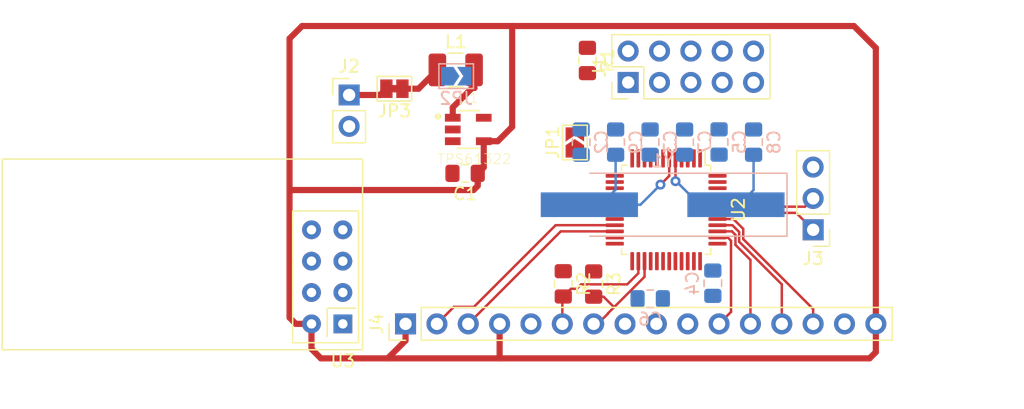
<source format=kicad_pcb>
(kicad_pcb (version 20171130) (host pcbnew 5.1.2-f72e74a~84~ubuntu18.04.1)

  (general
    (thickness 1.6)
    (drawings 4)
    (tracks 105)
    (zones 0)
    (modules 24)
    (nets 49)
  )

  (page A4)
  (layers
    (0 F.Cu signal)
    (31 B.Cu signal)
    (32 B.Adhes user)
    (33 F.Adhes user)
    (34 B.Paste user)
    (35 F.Paste user)
    (36 B.SilkS user)
    (37 F.SilkS user)
    (38 B.Mask user)
    (39 F.Mask user)
    (40 Dwgs.User user)
    (41 Cmts.User user)
    (42 Eco1.User user)
    (43 Eco2.User user)
    (44 Edge.Cuts user)
    (45 Margin user)
    (46 B.CrtYd user)
    (47 F.CrtYd user)
    (48 B.Fab user)
    (49 F.Fab user)
  )

  (setup
    (last_trace_width 0.2)
    (trace_clearance 0.1)
    (zone_clearance 0.508)
    (zone_45_only no)
    (trace_min 0.2)
    (via_size 0.8)
    (via_drill 0.4)
    (via_min_size 0.4)
    (via_min_drill 0.3)
    (uvia_size 0.3)
    (uvia_drill 0.1)
    (uvias_allowed no)
    (uvia_min_size 0.2)
    (uvia_min_drill 0.1)
    (edge_width 0.05)
    (segment_width 0.2)
    (pcb_text_width 0.3)
    (pcb_text_size 1.5 1.5)
    (mod_edge_width 0.12)
    (mod_text_size 1 1)
    (mod_text_width 0.15)
    (pad_size 1.524 1.524)
    (pad_drill 0.762)
    (pad_to_mask_clearance 0.051)
    (solder_mask_min_width 0.25)
    (aux_axis_origin 0 0)
    (visible_elements FFFFFF7F)
    (pcbplotparams
      (layerselection 0x010fc_ffffffff)
      (usegerberextensions false)
      (usegerberattributes false)
      (usegerberadvancedattributes false)
      (creategerberjobfile false)
      (excludeedgelayer true)
      (linewidth 0.100000)
      (plotframeref false)
      (viasonmask false)
      (mode 1)
      (useauxorigin false)
      (hpglpennumber 1)
      (hpglpenspeed 20)
      (hpglpendiameter 15.000000)
      (psnegative false)
      (psa4output false)
      (plotreference true)
      (plotvalue true)
      (plotinvisibletext false)
      (padsonsilk false)
      (subtractmaskfromsilk false)
      (outputformat 1)
      (mirror false)
      (drillshape 1)
      (scaleselection 1)
      (outputdirectory ""))
  )

  (net 0 "")
  (net 1 +3V3)
  (net 2 GND)
  (net 3 /NRST)
  (net 4 "Net-(C8-Pad1)")
  (net 5 "Net-(C9-Pad1)")
  (net 6 /SWDIO)
  (net 7 "Net-(J1-Pad5)")
  (net 8 /SWCLK)
  (net 9 "Net-(J1-Pad9)")
  (net 10 "Net-(J1-Pad10)")
  (net 11 "Net-(J2-Pad1)")
  (net 12 DBG_TX)
  (net 13 DBG_RX)
  (net 14 SCL)
  (net 15 SDA)
  (net 16 UART_TX)
  (net 17 UART_RX)
  (net 18 EXTINT)
  (net 19 GPIO_PB3)
  (net 20 GPIO_PB4)
  (net 21 GPIO_PB5)
  (net 22 GPIO_PA15)
  (net 23 "Net-(JP2-Pad2)")
  (net 24 +BATT)
  (net 25 "Net-(L1-Pad2)")
  (net 26 "Net-(U1-Pad3)")
  (net 27 "Net-(U1-Pad5)")
  (net 28 "Net-(U2-Pad3)")
  (net 29 "Net-(U2-Pad4)")
  (net 30 "Net-(U2-Pad11)")
  (net 31 "Net-(U2-Pad12)")
  (net 32 "Net-(U2-Pad13)")
  (net 33 "Net-(U2-Pad14)")
  (net 34 "Net-(U2-Pad15)")
  (net 35 "Net-(U2-Pad16)")
  (net 36 "Net-(U2-Pad17)")
  (net 37 "Net-(U2-Pad18)")
  (net 38 "Net-(U2-Pad19)")
  (net 39 "Net-(U2-Pad20)")
  (net 40 "Net-(U2-Pad25)")
  (net 41 "Net-(U2-Pad28)")
  (net 42 "Net-(U2-Pad29)")
  (net 43 "Net-(U2-Pad30)")
  (net 44 "Net-(U2-Pad31)")
  (net 45 "Net-(U2-Pad32)")
  (net 46 "Net-(U2-Pad33)")
  (net 47 "Net-(U2-Pad45)")
  (net 48 "Net-(U2-Pad46)")

  (net_class Default "Dies ist die voreingestellte Netzklasse."
    (clearance 0.1)
    (trace_width 0.2)
    (via_dia 0.8)
    (via_drill 0.4)
    (uvia_dia 0.3)
    (uvia_drill 0.1)
    (add_net /NRST)
    (add_net /SWCLK)
    (add_net /SWDIO)
    (add_net DBG_RX)
    (add_net DBG_TX)
    (add_net EXTINT)
    (add_net GPIO_PA15)
    (add_net GPIO_PB3)
    (add_net GPIO_PB4)
    (add_net GPIO_PB5)
    (add_net "Net-(C8-Pad1)")
    (add_net "Net-(C9-Pad1)")
    (add_net "Net-(J1-Pad10)")
    (add_net "Net-(J1-Pad5)")
    (add_net "Net-(J1-Pad9)")
    (add_net "Net-(JP2-Pad2)")
    (add_net "Net-(U1-Pad3)")
    (add_net "Net-(U1-Pad5)")
    (add_net "Net-(U2-Pad11)")
    (add_net "Net-(U2-Pad12)")
    (add_net "Net-(U2-Pad13)")
    (add_net "Net-(U2-Pad14)")
    (add_net "Net-(U2-Pad15)")
    (add_net "Net-(U2-Pad16)")
    (add_net "Net-(U2-Pad17)")
    (add_net "Net-(U2-Pad18)")
    (add_net "Net-(U2-Pad19)")
    (add_net "Net-(U2-Pad20)")
    (add_net "Net-(U2-Pad25)")
    (add_net "Net-(U2-Pad28)")
    (add_net "Net-(U2-Pad29)")
    (add_net "Net-(U2-Pad3)")
    (add_net "Net-(U2-Pad30)")
    (add_net "Net-(U2-Pad31)")
    (add_net "Net-(U2-Pad32)")
    (add_net "Net-(U2-Pad33)")
    (add_net "Net-(U2-Pad4)")
    (add_net "Net-(U2-Pad45)")
    (add_net "Net-(U2-Pad46)")
    (add_net SCL)
    (add_net SDA)
    (add_net UART_RX)
    (add_net UART_TX)
  )

  (net_class Power ""
    (clearance 0.2)
    (trace_width 0.5)
    (via_dia 1)
    (via_drill 0.6)
    (uvia_dia 0.5)
    (uvia_drill 0.1)
    (add_net +3V3)
    (add_net +BATT)
    (add_net GND)
    (add_net "Net-(J2-Pad1)")
    (add_net "Net-(L1-Pad2)")
  )

  (module Capacitor_SMD:C_0805_2012Metric_Pad1.15x1.40mm_HandSolder (layer F.Cu) (tedit 5B36C52B) (tstamp 5D17E737)
    (at 126.746 132.588 180)
    (descr "Capacitor SMD 0805 (2012 Metric), square (rectangular) end terminal, IPC_7351 nominal with elongated pad for handsoldering. (Body size source: https://docs.google.com/spreadsheets/d/1BsfQQcO9C6DZCsRaXUlFlo91Tg2WpOkGARC1WS5S8t0/edit?usp=sharing), generated with kicad-footprint-generator")
    (tags "capacitor handsolder")
    (path /5D00C1E1)
    (attr smd)
    (fp_text reference C1 (at 0 -1.65) (layer F.SilkS)
      (effects (font (size 1 1) (thickness 0.15)))
    )
    (fp_text value 22u (at 0 1.65) (layer F.Fab)
      (effects (font (size 1 1) (thickness 0.15)))
    )
    (fp_line (start -1 0.6) (end -1 -0.6) (layer F.Fab) (width 0.1))
    (fp_line (start -1 -0.6) (end 1 -0.6) (layer F.Fab) (width 0.1))
    (fp_line (start 1 -0.6) (end 1 0.6) (layer F.Fab) (width 0.1))
    (fp_line (start 1 0.6) (end -1 0.6) (layer F.Fab) (width 0.1))
    (fp_line (start -0.261252 -0.71) (end 0.261252 -0.71) (layer F.SilkS) (width 0.12))
    (fp_line (start -0.261252 0.71) (end 0.261252 0.71) (layer F.SilkS) (width 0.12))
    (fp_line (start -1.85 0.95) (end -1.85 -0.95) (layer F.CrtYd) (width 0.05))
    (fp_line (start -1.85 -0.95) (end 1.85 -0.95) (layer F.CrtYd) (width 0.05))
    (fp_line (start 1.85 -0.95) (end 1.85 0.95) (layer F.CrtYd) (width 0.05))
    (fp_line (start 1.85 0.95) (end -1.85 0.95) (layer F.CrtYd) (width 0.05))
    (fp_text user %R (at 0 0) (layer F.Fab)
      (effects (font (size 0.5 0.5) (thickness 0.08)))
    )
    (pad 1 smd roundrect (at -1.025 0 180) (size 1.15 1.4) (layers F.Cu F.Paste F.Mask) (roundrect_rratio 0.217391)
      (net 1 +3V3))
    (pad 2 smd roundrect (at 1.025 0 180) (size 1.15 1.4) (layers F.Cu F.Paste F.Mask) (roundrect_rratio 0.217391)
      (net 2 GND))
    (model ${KISYS3DMOD}/Capacitor_SMD.3dshapes/C_0805_2012Metric.wrl
      (at (xyz 0 0 0))
      (scale (xyz 1 1 1))
      (rotate (xyz 0 0 0))
    )
  )

  (module Capacitor_SMD:C_0805_2012Metric_Pad1.15x1.40mm_HandSolder (layer B.Cu) (tedit 5B36C52B) (tstamp 5D17C66A)
    (at 136.144 130.057 90)
    (descr "Capacitor SMD 0805 (2012 Metric), square (rectangular) end terminal, IPC_7351 nominal with elongated pad for handsoldering. (Body size source: https://docs.google.com/spreadsheets/d/1BsfQQcO9C6DZCsRaXUlFlo91Tg2WpOkGARC1WS5S8t0/edit?usp=sharing), generated with kicad-footprint-generator")
    (tags "capacitor handsolder")
    (path /5D209BAC)
    (attr smd)
    (fp_text reference C2 (at 0 1.65 90) (layer B.SilkS)
      (effects (font (size 1 1) (thickness 0.15)) (justify mirror))
    )
    (fp_text value 100n (at 0 -1.65 90) (layer B.Fab)
      (effects (font (size 1 1) (thickness 0.15)) (justify mirror))
    )
    (fp_text user %R (at 0 0 90) (layer B.Fab)
      (effects (font (size 0.5 0.5) (thickness 0.08)) (justify mirror))
    )
    (fp_line (start 1.85 -0.95) (end -1.85 -0.95) (layer B.CrtYd) (width 0.05))
    (fp_line (start 1.85 0.95) (end 1.85 -0.95) (layer B.CrtYd) (width 0.05))
    (fp_line (start -1.85 0.95) (end 1.85 0.95) (layer B.CrtYd) (width 0.05))
    (fp_line (start -1.85 -0.95) (end -1.85 0.95) (layer B.CrtYd) (width 0.05))
    (fp_line (start -0.261252 -0.71) (end 0.261252 -0.71) (layer B.SilkS) (width 0.12))
    (fp_line (start -0.261252 0.71) (end 0.261252 0.71) (layer B.SilkS) (width 0.12))
    (fp_line (start 1 -0.6) (end -1 -0.6) (layer B.Fab) (width 0.1))
    (fp_line (start 1 0.6) (end 1 -0.6) (layer B.Fab) (width 0.1))
    (fp_line (start -1 0.6) (end 1 0.6) (layer B.Fab) (width 0.1))
    (fp_line (start -1 -0.6) (end -1 0.6) (layer B.Fab) (width 0.1))
    (pad 2 smd roundrect (at 1.025 0 90) (size 1.15 1.4) (layers B.Cu B.Paste B.Mask) (roundrect_rratio 0.217391)
      (net 2 GND))
    (pad 1 smd roundrect (at -1.025 0 90) (size 1.15 1.4) (layers B.Cu B.Paste B.Mask) (roundrect_rratio 0.217391)
      (net 3 /NRST))
    (model ${KISYS3DMOD}/Capacitor_SMD.3dshapes/C_0805_2012Metric.wrl
      (at (xyz 0 0 0))
      (scale (xyz 1 1 1))
      (rotate (xyz 0 0 0))
    )
  )

  (module Capacitor_SMD:C_0805_2012Metric_Pad1.15x1.40mm_HandSolder (layer B.Cu) (tedit 5B36C52B) (tstamp 5D17C67B)
    (at 141.732 130.057 90)
    (descr "Capacitor SMD 0805 (2012 Metric), square (rectangular) end terminal, IPC_7351 nominal with elongated pad for handsoldering. (Body size source: https://docs.google.com/spreadsheets/d/1BsfQQcO9C6DZCsRaXUlFlo91Tg2WpOkGARC1WS5S8t0/edit?usp=sharing), generated with kicad-footprint-generator")
    (tags "capacitor handsolder")
    (path /5D01EFF4)
    (attr smd)
    (fp_text reference C3 (at 0 1.65 90) (layer B.SilkS)
      (effects (font (size 1 1) (thickness 0.15)) (justify mirror))
    )
    (fp_text value 100n (at 0 -1.65 90) (layer B.Fab)
      (effects (font (size 1 1) (thickness 0.15)) (justify mirror))
    )
    (fp_text user %R (at 0 0 90) (layer B.Fab)
      (effects (font (size 0.5 0.5) (thickness 0.08)) (justify mirror))
    )
    (fp_line (start 1.85 -0.95) (end -1.85 -0.95) (layer B.CrtYd) (width 0.05))
    (fp_line (start 1.85 0.95) (end 1.85 -0.95) (layer B.CrtYd) (width 0.05))
    (fp_line (start -1.85 0.95) (end 1.85 0.95) (layer B.CrtYd) (width 0.05))
    (fp_line (start -1.85 -0.95) (end -1.85 0.95) (layer B.CrtYd) (width 0.05))
    (fp_line (start -0.261252 -0.71) (end 0.261252 -0.71) (layer B.SilkS) (width 0.12))
    (fp_line (start -0.261252 0.71) (end 0.261252 0.71) (layer B.SilkS) (width 0.12))
    (fp_line (start 1 -0.6) (end -1 -0.6) (layer B.Fab) (width 0.1))
    (fp_line (start 1 0.6) (end 1 -0.6) (layer B.Fab) (width 0.1))
    (fp_line (start -1 0.6) (end 1 0.6) (layer B.Fab) (width 0.1))
    (fp_line (start -1 -0.6) (end -1 0.6) (layer B.Fab) (width 0.1))
    (pad 2 smd roundrect (at 1.025 0 90) (size 1.15 1.4) (layers B.Cu B.Paste B.Mask) (roundrect_rratio 0.217391)
      (net 2 GND))
    (pad 1 smd roundrect (at -1.025 0 90) (size 1.15 1.4) (layers B.Cu B.Paste B.Mask) (roundrect_rratio 0.217391)
      (net 1 +3V3))
    (model ${KISYS3DMOD}/Capacitor_SMD.3dshapes/C_0805_2012Metric.wrl
      (at (xyz 0 0 0))
      (scale (xyz 1 1 1))
      (rotate (xyz 0 0 0))
    )
  )

  (module Capacitor_SMD:C_0805_2012Metric_Pad1.15x1.40mm_HandSolder (layer B.Cu) (tedit 5B36C52B) (tstamp 5D17C68C)
    (at 146.812 141.487 270)
    (descr "Capacitor SMD 0805 (2012 Metric), square (rectangular) end terminal, IPC_7351 nominal with elongated pad for handsoldering. (Body size source: https://docs.google.com/spreadsheets/d/1BsfQQcO9C6DZCsRaXUlFlo91Tg2WpOkGARC1WS5S8t0/edit?usp=sharing), generated with kicad-footprint-generator")
    (tags "capacitor handsolder")
    (path /5D0276A9)
    (attr smd)
    (fp_text reference C4 (at 0 1.65 90) (layer B.SilkS)
      (effects (font (size 1 1) (thickness 0.15)) (justify mirror))
    )
    (fp_text value 100n (at 0 -1.65 90) (layer B.Fab)
      (effects (font (size 1 1) (thickness 0.15)) (justify mirror))
    )
    (fp_line (start -1 -0.6) (end -1 0.6) (layer B.Fab) (width 0.1))
    (fp_line (start -1 0.6) (end 1 0.6) (layer B.Fab) (width 0.1))
    (fp_line (start 1 0.6) (end 1 -0.6) (layer B.Fab) (width 0.1))
    (fp_line (start 1 -0.6) (end -1 -0.6) (layer B.Fab) (width 0.1))
    (fp_line (start -0.261252 0.71) (end 0.261252 0.71) (layer B.SilkS) (width 0.12))
    (fp_line (start -0.261252 -0.71) (end 0.261252 -0.71) (layer B.SilkS) (width 0.12))
    (fp_line (start -1.85 -0.95) (end -1.85 0.95) (layer B.CrtYd) (width 0.05))
    (fp_line (start -1.85 0.95) (end 1.85 0.95) (layer B.CrtYd) (width 0.05))
    (fp_line (start 1.85 0.95) (end 1.85 -0.95) (layer B.CrtYd) (width 0.05))
    (fp_line (start 1.85 -0.95) (end -1.85 -0.95) (layer B.CrtYd) (width 0.05))
    (fp_text user %R (at 0 0 90) (layer B.Fab)
      (effects (font (size 0.5 0.5) (thickness 0.08)) (justify mirror))
    )
    (pad 1 smd roundrect (at -1.025 0 270) (size 1.15 1.4) (layers B.Cu B.Paste B.Mask) (roundrect_rratio 0.217391)
      (net 1 +3V3))
    (pad 2 smd roundrect (at 1.025 0 270) (size 1.15 1.4) (layers B.Cu B.Paste B.Mask) (roundrect_rratio 0.217391)
      (net 2 GND))
    (model ${KISYS3DMOD}/Capacitor_SMD.3dshapes/C_0805_2012Metric.wrl
      (at (xyz 0 0 0))
      (scale (xyz 1 1 1))
      (rotate (xyz 0 0 0))
    )
  )

  (module Capacitor_SMD:C_0805_2012Metric_Pad1.15x1.40mm_HandSolder (layer B.Cu) (tedit 5B36C52B) (tstamp 5D17C69D)
    (at 147.32 130.048 90)
    (descr "Capacitor SMD 0805 (2012 Metric), square (rectangular) end terminal, IPC_7351 nominal with elongated pad for handsoldering. (Body size source: https://docs.google.com/spreadsheets/d/1BsfQQcO9C6DZCsRaXUlFlo91Tg2WpOkGARC1WS5S8t0/edit?usp=sharing), generated with kicad-footprint-generator")
    (tags "capacitor handsolder")
    (path /5D02B37D)
    (attr smd)
    (fp_text reference C5 (at 0 1.65 90) (layer B.SilkS)
      (effects (font (size 1 1) (thickness 0.15)) (justify mirror))
    )
    (fp_text value 100n (at 0 -1.65 90) (layer B.Fab)
      (effects (font (size 1 1) (thickness 0.15)) (justify mirror))
    )
    (fp_line (start -1 -0.6) (end -1 0.6) (layer B.Fab) (width 0.1))
    (fp_line (start -1 0.6) (end 1 0.6) (layer B.Fab) (width 0.1))
    (fp_line (start 1 0.6) (end 1 -0.6) (layer B.Fab) (width 0.1))
    (fp_line (start 1 -0.6) (end -1 -0.6) (layer B.Fab) (width 0.1))
    (fp_line (start -0.261252 0.71) (end 0.261252 0.71) (layer B.SilkS) (width 0.12))
    (fp_line (start -0.261252 -0.71) (end 0.261252 -0.71) (layer B.SilkS) (width 0.12))
    (fp_line (start -1.85 -0.95) (end -1.85 0.95) (layer B.CrtYd) (width 0.05))
    (fp_line (start -1.85 0.95) (end 1.85 0.95) (layer B.CrtYd) (width 0.05))
    (fp_line (start 1.85 0.95) (end 1.85 -0.95) (layer B.CrtYd) (width 0.05))
    (fp_line (start 1.85 -0.95) (end -1.85 -0.95) (layer B.CrtYd) (width 0.05))
    (fp_text user %R (at 0 0 90) (layer B.Fab)
      (effects (font (size 0.5 0.5) (thickness 0.08)) (justify mirror))
    )
    (pad 1 smd roundrect (at -1.025 0 90) (size 1.15 1.4) (layers B.Cu B.Paste B.Mask) (roundrect_rratio 0.217391)
      (net 1 +3V3))
    (pad 2 smd roundrect (at 1.025 0 90) (size 1.15 1.4) (layers B.Cu B.Paste B.Mask) (roundrect_rratio 0.217391)
      (net 2 GND))
    (model ${KISYS3DMOD}/Capacitor_SMD.3dshapes/C_0805_2012Metric.wrl
      (at (xyz 0 0 0))
      (scale (xyz 1 1 1))
      (rotate (xyz 0 0 0))
    )
  )

  (module Capacitor_SMD:C_0805_2012Metric_Pad1.15x1.40mm_HandSolder (layer B.Cu) (tedit 5B36C52B) (tstamp 5D17C6AE)
    (at 141.741 142.748)
    (descr "Capacitor SMD 0805 (2012 Metric), square (rectangular) end terminal, IPC_7351 nominal with elongated pad for handsoldering. (Body size source: https://docs.google.com/spreadsheets/d/1BsfQQcO9C6DZCsRaXUlFlo91Tg2WpOkGARC1WS5S8t0/edit?usp=sharing), generated with kicad-footprint-generator")
    (tags "capacitor handsolder")
    (path /5D02B39D)
    (attr smd)
    (fp_text reference C6 (at 0 1.65) (layer B.SilkS)
      (effects (font (size 1 1) (thickness 0.15)) (justify mirror))
    )
    (fp_text value 100n (at 0 -1.65) (layer B.Fab)
      (effects (font (size 1 1) (thickness 0.15)) (justify mirror))
    )
    (fp_text user %R (at 0 0) (layer B.Fab)
      (effects (font (size 0.5 0.5) (thickness 0.08)) (justify mirror))
    )
    (fp_line (start 1.85 -0.95) (end -1.85 -0.95) (layer B.CrtYd) (width 0.05))
    (fp_line (start 1.85 0.95) (end 1.85 -0.95) (layer B.CrtYd) (width 0.05))
    (fp_line (start -1.85 0.95) (end 1.85 0.95) (layer B.CrtYd) (width 0.05))
    (fp_line (start -1.85 -0.95) (end -1.85 0.95) (layer B.CrtYd) (width 0.05))
    (fp_line (start -0.261252 -0.71) (end 0.261252 -0.71) (layer B.SilkS) (width 0.12))
    (fp_line (start -0.261252 0.71) (end 0.261252 0.71) (layer B.SilkS) (width 0.12))
    (fp_line (start 1 -0.6) (end -1 -0.6) (layer B.Fab) (width 0.1))
    (fp_line (start 1 0.6) (end 1 -0.6) (layer B.Fab) (width 0.1))
    (fp_line (start -1 0.6) (end 1 0.6) (layer B.Fab) (width 0.1))
    (fp_line (start -1 -0.6) (end -1 0.6) (layer B.Fab) (width 0.1))
    (pad 2 smd roundrect (at 1.025 0) (size 1.15 1.4) (layers B.Cu B.Paste B.Mask) (roundrect_rratio 0.217391)
      (net 2 GND))
    (pad 1 smd roundrect (at -1.025 0) (size 1.15 1.4) (layers B.Cu B.Paste B.Mask) (roundrect_rratio 0.217391)
      (net 1 +3V3))
    (model ${KISYS3DMOD}/Capacitor_SMD.3dshapes/C_0805_2012Metric.wrl
      (at (xyz 0 0 0))
      (scale (xyz 1 1 1))
      (rotate (xyz 0 0 0))
    )
  )

  (module Capacitor_SMD:C_0805_2012Metric_Pad1.15x1.40mm_HandSolder (layer B.Cu) (tedit 5B36C52B) (tstamp 5D17E0BD)
    (at 144.526 130.057 90)
    (descr "Capacitor SMD 0805 (2012 Metric), square (rectangular) end terminal, IPC_7351 nominal with elongated pad for handsoldering. (Body size source: https://docs.google.com/spreadsheets/d/1BsfQQcO9C6DZCsRaXUlFlo91Tg2WpOkGARC1WS5S8t0/edit?usp=sharing), generated with kicad-footprint-generator")
    (tags "capacitor handsolder")
    (path /5D031205)
    (attr smd)
    (fp_text reference C7 (at 0 1.65 90) (layer B.SilkS)
      (effects (font (size 1 1) (thickness 0.15)) (justify mirror))
    )
    (fp_text value 100n (at 0 -1.65 90) (layer B.Fab)
      (effects (font (size 1 1) (thickness 0.15)) (justify mirror))
    )
    (fp_line (start -1 -0.6) (end -1 0.6) (layer B.Fab) (width 0.1))
    (fp_line (start -1 0.6) (end 1 0.6) (layer B.Fab) (width 0.1))
    (fp_line (start 1 0.6) (end 1 -0.6) (layer B.Fab) (width 0.1))
    (fp_line (start 1 -0.6) (end -1 -0.6) (layer B.Fab) (width 0.1))
    (fp_line (start -0.261252 0.71) (end 0.261252 0.71) (layer B.SilkS) (width 0.12))
    (fp_line (start -0.261252 -0.71) (end 0.261252 -0.71) (layer B.SilkS) (width 0.12))
    (fp_line (start -1.85 -0.95) (end -1.85 0.95) (layer B.CrtYd) (width 0.05))
    (fp_line (start -1.85 0.95) (end 1.85 0.95) (layer B.CrtYd) (width 0.05))
    (fp_line (start 1.85 0.95) (end 1.85 -0.95) (layer B.CrtYd) (width 0.05))
    (fp_line (start 1.85 -0.95) (end -1.85 -0.95) (layer B.CrtYd) (width 0.05))
    (fp_text user %R (at 0 0 90) (layer B.Fab)
      (effects (font (size 0.5 0.5) (thickness 0.08)) (justify mirror))
    )
    (pad 1 smd roundrect (at -1.025 0 90) (size 1.15 1.4) (layers B.Cu B.Paste B.Mask) (roundrect_rratio 0.217391)
      (net 1 +3V3))
    (pad 2 smd roundrect (at 1.025 0 90) (size 1.15 1.4) (layers B.Cu B.Paste B.Mask) (roundrect_rratio 0.217391)
      (net 2 GND))
    (model ${KISYS3DMOD}/Capacitor_SMD.3dshapes/C_0805_2012Metric.wrl
      (at (xyz 0 0 0))
      (scale (xyz 1 1 1))
      (rotate (xyz 0 0 0))
    )
  )

  (module Capacitor_SMD:C_0805_2012Metric_Pad1.15x1.40mm_HandSolder (layer B.Cu) (tedit 5B36C52B) (tstamp 5D17C6D0)
    (at 150.114 130.057 90)
    (descr "Capacitor SMD 0805 (2012 Metric), square (rectangular) end terminal, IPC_7351 nominal with elongated pad for handsoldering. (Body size source: https://docs.google.com/spreadsheets/d/1BsfQQcO9C6DZCsRaXUlFlo91Tg2WpOkGARC1WS5S8t0/edit?usp=sharing), generated with kicad-footprint-generator")
    (tags "capacitor handsolder")
    (path /5D2251A1)
    (attr smd)
    (fp_text reference C8 (at 0 1.65 90) (layer B.SilkS)
      (effects (font (size 1 1) (thickness 0.15)) (justify mirror))
    )
    (fp_text value 20p (at 0 -1.65 90) (layer B.Fab)
      (effects (font (size 1 1) (thickness 0.15)) (justify mirror))
    )
    (fp_text user %R (at 0 0 90) (layer B.Fab)
      (effects (font (size 0.5 0.5) (thickness 0.08)) (justify mirror))
    )
    (fp_line (start 1.85 -0.95) (end -1.85 -0.95) (layer B.CrtYd) (width 0.05))
    (fp_line (start 1.85 0.95) (end 1.85 -0.95) (layer B.CrtYd) (width 0.05))
    (fp_line (start -1.85 0.95) (end 1.85 0.95) (layer B.CrtYd) (width 0.05))
    (fp_line (start -1.85 -0.95) (end -1.85 0.95) (layer B.CrtYd) (width 0.05))
    (fp_line (start -0.261252 -0.71) (end 0.261252 -0.71) (layer B.SilkS) (width 0.12))
    (fp_line (start -0.261252 0.71) (end 0.261252 0.71) (layer B.SilkS) (width 0.12))
    (fp_line (start 1 -0.6) (end -1 -0.6) (layer B.Fab) (width 0.1))
    (fp_line (start 1 0.6) (end 1 -0.6) (layer B.Fab) (width 0.1))
    (fp_line (start -1 0.6) (end 1 0.6) (layer B.Fab) (width 0.1))
    (fp_line (start -1 -0.6) (end -1 0.6) (layer B.Fab) (width 0.1))
    (pad 2 smd roundrect (at 1.025 0 90) (size 1.15 1.4) (layers B.Cu B.Paste B.Mask) (roundrect_rratio 0.217391)
      (net 2 GND))
    (pad 1 smd roundrect (at -1.025 0 90) (size 1.15 1.4) (layers B.Cu B.Paste B.Mask) (roundrect_rratio 0.217391)
      (net 4 "Net-(C8-Pad1)"))
    (model ${KISYS3DMOD}/Capacitor_SMD.3dshapes/C_0805_2012Metric.wrl
      (at (xyz 0 0 0))
      (scale (xyz 1 1 1))
      (rotate (xyz 0 0 0))
    )
  )

  (module Capacitor_SMD:C_0805_2012Metric_Pad1.15x1.40mm_HandSolder (layer B.Cu) (tedit 5B36C52B) (tstamp 5D17DA17)
    (at 138.938 130.057 90)
    (descr "Capacitor SMD 0805 (2012 Metric), square (rectangular) end terminal, IPC_7351 nominal with elongated pad for handsoldering. (Body size source: https://docs.google.com/spreadsheets/d/1BsfQQcO9C6DZCsRaXUlFlo91Tg2WpOkGARC1WS5S8t0/edit?usp=sharing), generated with kicad-footprint-generator")
    (tags "capacitor handsolder")
    (path /5D224C31)
    (attr smd)
    (fp_text reference C9 (at 0 1.65 90) (layer B.SilkS)
      (effects (font (size 1 1) (thickness 0.15)) (justify mirror))
    )
    (fp_text value 20p (at 0 -1.65 90) (layer B.Fab)
      (effects (font (size 1 1) (thickness 0.15)) (justify mirror))
    )
    (fp_line (start -1 -0.6) (end -1 0.6) (layer B.Fab) (width 0.1))
    (fp_line (start -1 0.6) (end 1 0.6) (layer B.Fab) (width 0.1))
    (fp_line (start 1 0.6) (end 1 -0.6) (layer B.Fab) (width 0.1))
    (fp_line (start 1 -0.6) (end -1 -0.6) (layer B.Fab) (width 0.1))
    (fp_line (start -0.261252 0.71) (end 0.261252 0.71) (layer B.SilkS) (width 0.12))
    (fp_line (start -0.261252 -0.71) (end 0.261252 -0.71) (layer B.SilkS) (width 0.12))
    (fp_line (start -1.85 -0.95) (end -1.85 0.95) (layer B.CrtYd) (width 0.05))
    (fp_line (start -1.85 0.95) (end 1.85 0.95) (layer B.CrtYd) (width 0.05))
    (fp_line (start 1.85 0.95) (end 1.85 -0.95) (layer B.CrtYd) (width 0.05))
    (fp_line (start 1.85 -0.95) (end -1.85 -0.95) (layer B.CrtYd) (width 0.05))
    (fp_text user %R (at 0 0 90) (layer B.Fab)
      (effects (font (size 0.5 0.5) (thickness 0.08)) (justify mirror))
    )
    (pad 1 smd roundrect (at -1.025 0 90) (size 1.15 1.4) (layers B.Cu B.Paste B.Mask) (roundrect_rratio 0.217391)
      (net 5 "Net-(C9-Pad1)"))
    (pad 2 smd roundrect (at 1.025 0 90) (size 1.15 1.4) (layers B.Cu B.Paste B.Mask) (roundrect_rratio 0.217391)
      (net 2 GND))
    (model ${KISYS3DMOD}/Capacitor_SMD.3dshapes/C_0805_2012Metric.wrl
      (at (xyz 0 0 0))
      (scale (xyz 1 1 1))
      (rotate (xyz 0 0 0))
    )
  )

  (module Connector_PinHeader_2.54mm:PinHeader_2x05_P2.54mm_Vertical (layer F.Cu) (tedit 59FED5CC) (tstamp 5D17D732)
    (at 139.954 125.222 90)
    (descr "Through hole straight pin header, 2x05, 2.54mm pitch, double rows")
    (tags "Through hole pin header THT 2x05 2.54mm double row")
    (path /5D13D29D)
    (fp_text reference J1 (at 1.27 -2.33 90) (layer F.SilkS)
      (effects (font (size 1 1) (thickness 0.15)))
    )
    (fp_text value DEBUG (at 1.27 12.49 90) (layer F.Fab)
      (effects (font (size 1 1) (thickness 0.15)))
    )
    (fp_line (start 0 -1.27) (end 3.81 -1.27) (layer F.Fab) (width 0.1))
    (fp_line (start 3.81 -1.27) (end 3.81 11.43) (layer F.Fab) (width 0.1))
    (fp_line (start 3.81 11.43) (end -1.27 11.43) (layer F.Fab) (width 0.1))
    (fp_line (start -1.27 11.43) (end -1.27 0) (layer F.Fab) (width 0.1))
    (fp_line (start -1.27 0) (end 0 -1.27) (layer F.Fab) (width 0.1))
    (fp_line (start -1.33 11.49) (end 3.87 11.49) (layer F.SilkS) (width 0.12))
    (fp_line (start -1.33 1.27) (end -1.33 11.49) (layer F.SilkS) (width 0.12))
    (fp_line (start 3.87 -1.33) (end 3.87 11.49) (layer F.SilkS) (width 0.12))
    (fp_line (start -1.33 1.27) (end 1.27 1.27) (layer F.SilkS) (width 0.12))
    (fp_line (start 1.27 1.27) (end 1.27 -1.33) (layer F.SilkS) (width 0.12))
    (fp_line (start 1.27 -1.33) (end 3.87 -1.33) (layer F.SilkS) (width 0.12))
    (fp_line (start -1.33 0) (end -1.33 -1.33) (layer F.SilkS) (width 0.12))
    (fp_line (start -1.33 -1.33) (end 0 -1.33) (layer F.SilkS) (width 0.12))
    (fp_line (start -1.8 -1.8) (end -1.8 11.95) (layer F.CrtYd) (width 0.05))
    (fp_line (start -1.8 11.95) (end 4.35 11.95) (layer F.CrtYd) (width 0.05))
    (fp_line (start 4.35 11.95) (end 4.35 -1.8) (layer F.CrtYd) (width 0.05))
    (fp_line (start 4.35 -1.8) (end -1.8 -1.8) (layer F.CrtYd) (width 0.05))
    (fp_text user %R (at 1.27 5.08) (layer F.Fab)
      (effects (font (size 1 1) (thickness 0.15)))
    )
    (pad 1 thru_hole rect (at 0 0 90) (size 1.7 1.7) (drill 1) (layers *.Cu *.Mask)
      (net 3 /NRST))
    (pad 2 thru_hole oval (at 2.54 0 90) (size 1.7 1.7) (drill 1) (layers *.Cu *.Mask)
      (net 6 /SWDIO))
    (pad 3 thru_hole oval (at 0 2.54 90) (size 1.7 1.7) (drill 1) (layers *.Cu *.Mask)
      (net 2 GND))
    (pad 4 thru_hole oval (at 2.54 2.54 90) (size 1.7 1.7) (drill 1) (layers *.Cu *.Mask)
      (net 2 GND))
    (pad 5 thru_hole oval (at 0 5.08 90) (size 1.7 1.7) (drill 1) (layers *.Cu *.Mask)
      (net 7 "Net-(J1-Pad5)"))
    (pad 6 thru_hole oval (at 2.54 5.08 90) (size 1.7 1.7) (drill 1) (layers *.Cu *.Mask)
      (net 8 /SWCLK))
    (pad 7 thru_hole oval (at 0 7.62 90) (size 1.7 1.7) (drill 1) (layers *.Cu *.Mask)
      (net 1 +3V3))
    (pad 8 thru_hole oval (at 2.54 7.62 90) (size 1.7 1.7) (drill 1) (layers *.Cu *.Mask)
      (net 1 +3V3))
    (pad 9 thru_hole oval (at 0 10.16 90) (size 1.7 1.7) (drill 1) (layers *.Cu *.Mask)
      (net 9 "Net-(J1-Pad9)"))
    (pad 10 thru_hole oval (at 2.54 10.16 90) (size 1.7 1.7) (drill 1) (layers *.Cu *.Mask)
      (net 10 "Net-(J1-Pad10)"))
    (model ${KISYS3DMOD}/Connector_PinHeader_2.54mm.3dshapes/PinHeader_2x05_P2.54mm_Vertical.wrl
      (at (xyz 0 0 0))
      (scale (xyz 1 1 1))
      (rotate (xyz 0 0 0))
    )
  )

  (module Connector_PinHeader_2.54mm:PinHeader_1x02_P2.54mm_Vertical (layer F.Cu) (tedit 59FED5CC) (tstamp 5D17E84F)
    (at 117.348 126.238)
    (descr "Through hole straight pin header, 1x02, 2.54mm pitch, single row")
    (tags "Through hole pin header THT 1x02 2.54mm single row")
    (path /5D16888B/5D179C38)
    (fp_text reference J2 (at 0 -2.33) (layer F.SilkS)
      (effects (font (size 1 1) (thickness 0.15)))
    )
    (fp_text value POWER_IN (at 0 4.87) (layer F.Fab)
      (effects (font (size 1 1) (thickness 0.15)))
    )
    (fp_text user %R (at 0 1.27 90) (layer F.Fab)
      (effects (font (size 1 1) (thickness 0.15)))
    )
    (fp_line (start 1.8 -1.8) (end -1.8 -1.8) (layer F.CrtYd) (width 0.05))
    (fp_line (start 1.8 4.35) (end 1.8 -1.8) (layer F.CrtYd) (width 0.05))
    (fp_line (start -1.8 4.35) (end 1.8 4.35) (layer F.CrtYd) (width 0.05))
    (fp_line (start -1.8 -1.8) (end -1.8 4.35) (layer F.CrtYd) (width 0.05))
    (fp_line (start -1.33 -1.33) (end 0 -1.33) (layer F.SilkS) (width 0.12))
    (fp_line (start -1.33 0) (end -1.33 -1.33) (layer F.SilkS) (width 0.12))
    (fp_line (start -1.33 1.27) (end 1.33 1.27) (layer F.SilkS) (width 0.12))
    (fp_line (start 1.33 1.27) (end 1.33 3.87) (layer F.SilkS) (width 0.12))
    (fp_line (start -1.33 1.27) (end -1.33 3.87) (layer F.SilkS) (width 0.12))
    (fp_line (start -1.33 3.87) (end 1.33 3.87) (layer F.SilkS) (width 0.12))
    (fp_line (start -1.27 -0.635) (end -0.635 -1.27) (layer F.Fab) (width 0.1))
    (fp_line (start -1.27 3.81) (end -1.27 -0.635) (layer F.Fab) (width 0.1))
    (fp_line (start 1.27 3.81) (end -1.27 3.81) (layer F.Fab) (width 0.1))
    (fp_line (start 1.27 -1.27) (end 1.27 3.81) (layer F.Fab) (width 0.1))
    (fp_line (start -0.635 -1.27) (end 1.27 -1.27) (layer F.Fab) (width 0.1))
    (pad 2 thru_hole oval (at 0 2.54) (size 1.7 1.7) (drill 1) (layers *.Cu *.Mask)
      (net 2 GND))
    (pad 1 thru_hole rect (at 0 0) (size 1.7 1.7) (drill 1) (layers *.Cu *.Mask)
      (net 11 "Net-(J2-Pad1)"))
    (model ${KISYS3DMOD}/Connector_PinHeader_2.54mm.3dshapes/PinHeader_1x02_P2.54mm_Vertical.wrl
      (at (xyz 0 0 0))
      (scale (xyz 1 1 1))
      (rotate (xyz 0 0 0))
    )
  )

  (module Connector_PinHeader_2.54mm:PinHeader_1x03_P2.54mm_Vertical (layer F.Cu) (tedit 59FED5CC) (tstamp 5D17EDB8)
    (at 154.94 137.16 180)
    (descr "Through hole straight pin header, 1x03, 2.54mm pitch, single row")
    (tags "Through hole pin header THT 1x03 2.54mm single row")
    (path /5D16888B/5D1D8915)
    (fp_text reference J3 (at 0 -2.33) (layer F.SilkS)
      (effects (font (size 1 1) (thickness 0.15)))
    )
    (fp_text value DBG_UART (at 0 7.41) (layer F.Fab)
      (effects (font (size 1 1) (thickness 0.15)))
    )
    (fp_line (start -0.635 -1.27) (end 1.27 -1.27) (layer F.Fab) (width 0.1))
    (fp_line (start 1.27 -1.27) (end 1.27 6.35) (layer F.Fab) (width 0.1))
    (fp_line (start 1.27 6.35) (end -1.27 6.35) (layer F.Fab) (width 0.1))
    (fp_line (start -1.27 6.35) (end -1.27 -0.635) (layer F.Fab) (width 0.1))
    (fp_line (start -1.27 -0.635) (end -0.635 -1.27) (layer F.Fab) (width 0.1))
    (fp_line (start -1.33 6.41) (end 1.33 6.41) (layer F.SilkS) (width 0.12))
    (fp_line (start -1.33 1.27) (end -1.33 6.41) (layer F.SilkS) (width 0.12))
    (fp_line (start 1.33 1.27) (end 1.33 6.41) (layer F.SilkS) (width 0.12))
    (fp_line (start -1.33 1.27) (end 1.33 1.27) (layer F.SilkS) (width 0.12))
    (fp_line (start -1.33 0) (end -1.33 -1.33) (layer F.SilkS) (width 0.12))
    (fp_line (start -1.33 -1.33) (end 0 -1.33) (layer F.SilkS) (width 0.12))
    (fp_line (start -1.8 -1.8) (end -1.8 6.85) (layer F.CrtYd) (width 0.05))
    (fp_line (start -1.8 6.85) (end 1.8 6.85) (layer F.CrtYd) (width 0.05))
    (fp_line (start 1.8 6.85) (end 1.8 -1.8) (layer F.CrtYd) (width 0.05))
    (fp_line (start 1.8 -1.8) (end -1.8 -1.8) (layer F.CrtYd) (width 0.05))
    (fp_text user %R (at 0 2.54 90) (layer F.Fab)
      (effects (font (size 1 1) (thickness 0.15)))
    )
    (pad 1 thru_hole rect (at 0 0 180) (size 1.7 1.7) (drill 1) (layers *.Cu *.Mask)
      (net 12 DBG_TX))
    (pad 2 thru_hole oval (at 0 2.54 180) (size 1.7 1.7) (drill 1) (layers *.Cu *.Mask)
      (net 13 DBG_RX))
    (pad 3 thru_hole oval (at 0 5.08 180) (size 1.7 1.7) (drill 1) (layers *.Cu *.Mask)
      (net 2 GND))
    (model ${KISYS3DMOD}/Connector_PinHeader_2.54mm.3dshapes/PinHeader_1x03_P2.54mm_Vertical.wrl
      (at (xyz 0 0 0))
      (scale (xyz 1 1 1))
      (rotate (xyz 0 0 0))
    )
  )

  (module Connector_PinHeader_2.54mm:PinHeader_1x16_P2.54mm_Vertical (layer F.Cu) (tedit 59FED5CC) (tstamp 5D17DF40)
    (at 121.92 144.78 90)
    (descr "Through hole straight pin header, 1x16, 2.54mm pitch, single row")
    (tags "Through hole pin header THT 1x16 2.54mm single row")
    (path /5D16888B/5D1D5844)
    (fp_text reference J4 (at 0 -2.33 90) (layer F.SilkS)
      (effects (font (size 1 1) (thickness 0.15)))
    )
    (fp_text value Conn_01x16 (at 0 40.43 90) (layer F.Fab)
      (effects (font (size 1 1) (thickness 0.15)))
    )
    (fp_line (start -0.635 -1.27) (end 1.27 -1.27) (layer F.Fab) (width 0.1))
    (fp_line (start 1.27 -1.27) (end 1.27 39.37) (layer F.Fab) (width 0.1))
    (fp_line (start 1.27 39.37) (end -1.27 39.37) (layer F.Fab) (width 0.1))
    (fp_line (start -1.27 39.37) (end -1.27 -0.635) (layer F.Fab) (width 0.1))
    (fp_line (start -1.27 -0.635) (end -0.635 -1.27) (layer F.Fab) (width 0.1))
    (fp_line (start -1.33 39.43) (end 1.33 39.43) (layer F.SilkS) (width 0.12))
    (fp_line (start -1.33 1.27) (end -1.33 39.43) (layer F.SilkS) (width 0.12))
    (fp_line (start 1.33 1.27) (end 1.33 39.43) (layer F.SilkS) (width 0.12))
    (fp_line (start -1.33 1.27) (end 1.33 1.27) (layer F.SilkS) (width 0.12))
    (fp_line (start -1.33 0) (end -1.33 -1.33) (layer F.SilkS) (width 0.12))
    (fp_line (start -1.33 -1.33) (end 0 -1.33) (layer F.SilkS) (width 0.12))
    (fp_line (start -1.8 -1.8) (end -1.8 39.9) (layer F.CrtYd) (width 0.05))
    (fp_line (start -1.8 39.9) (end 1.8 39.9) (layer F.CrtYd) (width 0.05))
    (fp_line (start 1.8 39.9) (end 1.8 -1.8) (layer F.CrtYd) (width 0.05))
    (fp_line (start 1.8 -1.8) (end -1.8 -1.8) (layer F.CrtYd) (width 0.05))
    (fp_text user %R (at 0 19.05) (layer F.Fab)
      (effects (font (size 1 1) (thickness 0.15)))
    )
    (pad 1 thru_hole rect (at 0 0 90) (size 1.7 1.7) (drill 1) (layers *.Cu *.Mask)
      (net 2 GND))
    (pad 2 thru_hole oval (at 0 2.54 90) (size 1.7 1.7) (drill 1) (layers *.Cu *.Mask)
      (net 17 UART_RX))
    (pad 3 thru_hole oval (at 0 5.08 90) (size 1.7 1.7) (drill 1) (layers *.Cu *.Mask)
      (net 16 UART_TX))
    (pad 4 thru_hole oval (at 0 7.62 90) (size 1.7 1.7) (drill 1) (layers *.Cu *.Mask)
      (net 1 +3V3))
    (pad 5 thru_hole oval (at 0 10.16 90) (size 1.7 1.7) (drill 1) (layers *.Cu *.Mask)
      (net 2 GND))
    (pad 6 thru_hole oval (at 0 12.7 90) (size 1.7 1.7) (drill 1) (layers *.Cu *.Mask)
      (net 14 SCL))
    (pad 7 thru_hole oval (at 0 15.24 90) (size 1.7 1.7) (drill 1) (layers *.Cu *.Mask)
      (net 15 SDA))
    (pad 8 thru_hole oval (at 0 17.78 90) (size 1.7 1.7) (drill 1) (layers *.Cu *.Mask)
      (net 18 EXTINT))
    (pad 9 thru_hole oval (at 0 20.32 90) (size 1.7 1.7) (drill 1) (layers *.Cu *.Mask)
      (net 12 DBG_TX))
    (pad 10 thru_hole oval (at 0 22.86 90) (size 1.7 1.7) (drill 1) (layers *.Cu *.Mask)
      (net 13 DBG_RX))
    (pad 11 thru_hole oval (at 0 25.4 90) (size 1.7 1.7) (drill 1) (layers *.Cu *.Mask)
      (net 22 GPIO_PA15))
    (pad 12 thru_hole oval (at 0 27.94 90) (size 1.7 1.7) (drill 1) (layers *.Cu *.Mask)
      (net 19 GPIO_PB3))
    (pad 13 thru_hole oval (at 0 30.48 90) (size 1.7 1.7) (drill 1) (layers *.Cu *.Mask)
      (net 20 GPIO_PB4))
    (pad 14 thru_hole oval (at 0 33.02 90) (size 1.7 1.7) (drill 1) (layers *.Cu *.Mask)
      (net 21 GPIO_PB5))
    (pad 15 thru_hole oval (at 0 35.56 90) (size 1.7 1.7) (drill 1) (layers *.Cu *.Mask)
      (net 2 GND))
    (pad 16 thru_hole oval (at 0 38.1 90) (size 1.7 1.7) (drill 1) (layers *.Cu *.Mask)
      (net 1 +3V3))
    (model ${KISYS3DMOD}/Connector_PinHeader_2.54mm.3dshapes/PinHeader_1x16_P2.54mm_Vertical.wrl
      (at (xyz 0 0 0))
      (scale (xyz 1 1 1))
      (rotate (xyz 0 0 0))
    )
  )

  (module Jumper:SolderJumper-2_P1.3mm_Open_TrianglePad1.0x1.5mm (layer F.Cu) (tedit 5A64794F) (tstamp 5D17C760)
    (at 135.636 130.085 90)
    (descr "SMD Solder Jumper, 1x1.5mm Triangular Pads, 0.3mm gap, open")
    (tags "solder jumper open")
    (path /5D03ECCE)
    (attr virtual)
    (fp_text reference JP1 (at 0 -1.8 90) (layer F.SilkS)
      (effects (font (size 1 1) (thickness 0.15)))
    )
    (fp_text value JP_RESET (at 0 1.9 90) (layer F.Fab)
      (effects (font (size 1 1) (thickness 0.15)))
    )
    (fp_line (start 1.65 1.25) (end -1.65 1.25) (layer F.CrtYd) (width 0.05))
    (fp_line (start 1.65 1.25) (end 1.65 -1.25) (layer F.CrtYd) (width 0.05))
    (fp_line (start -1.65 -1.25) (end -1.65 1.25) (layer F.CrtYd) (width 0.05))
    (fp_line (start -1.65 -1.25) (end 1.65 -1.25) (layer F.CrtYd) (width 0.05))
    (fp_line (start -1.4 -1) (end 1.4 -1) (layer F.SilkS) (width 0.12))
    (fp_line (start 1.4 -1) (end 1.4 1) (layer F.SilkS) (width 0.12))
    (fp_line (start 1.4 1) (end -1.4 1) (layer F.SilkS) (width 0.12))
    (fp_line (start -1.4 1) (end -1.4 -1) (layer F.SilkS) (width 0.12))
    (pad 1 smd custom (at -0.725 0 90) (size 0.3 0.3) (layers F.Cu F.Mask)
      (net 3 /NRST) (zone_connect 2)
      (options (clearance outline) (anchor rect))
      (primitives
        (gr_poly (pts
           (xy -0.5 -0.75) (xy 0.5 -0.75) (xy 1 0) (xy 0.5 0.75) (xy -0.5 0.75)
) (width 0))
      ))
    (pad 2 smd custom (at 0.725 0 90) (size 0.3 0.3) (layers F.Cu F.Mask)
      (net 2 GND) (zone_connect 2)
      (options (clearance outline) (anchor rect))
      (primitives
        (gr_poly (pts
           (xy -0.65 -0.75) (xy 0.5 -0.75) (xy 0.5 0.75) (xy -0.65 0.75) (xy -0.15 0)
) (width 0))
      ))
  )

  (module Jumper:SolderJumper-2_P1.3mm_Open_TrianglePad1.0x1.5mm (layer B.Cu) (tedit 5A64794F) (tstamp 5D17C76E)
    (at 126.021 124.714)
    (descr "SMD Solder Jumper, 1x1.5mm Triangular Pads, 0.3mm gap, open")
    (tags "solder jumper open")
    (path /5D2C2996)
    (attr virtual)
    (fp_text reference JP2 (at 0 1.8) (layer B.SilkS)
      (effects (font (size 1 1) (thickness 0.15)) (justify mirror))
    )
    (fp_text value JP_BAT_ADC (at 0 -1.9) (layer B.Fab)
      (effects (font (size 1 1) (thickness 0.15)) (justify mirror))
    )
    (fp_line (start -1.4 -1) (end -1.4 1) (layer B.SilkS) (width 0.12))
    (fp_line (start 1.4 -1) (end -1.4 -1) (layer B.SilkS) (width 0.12))
    (fp_line (start 1.4 1) (end 1.4 -1) (layer B.SilkS) (width 0.12))
    (fp_line (start -1.4 1) (end 1.4 1) (layer B.SilkS) (width 0.12))
    (fp_line (start -1.65 1.25) (end 1.65 1.25) (layer B.CrtYd) (width 0.05))
    (fp_line (start -1.65 1.25) (end -1.65 -1.25) (layer B.CrtYd) (width 0.05))
    (fp_line (start 1.65 -1.25) (end 1.65 1.25) (layer B.CrtYd) (width 0.05))
    (fp_line (start 1.65 -1.25) (end -1.65 -1.25) (layer B.CrtYd) (width 0.05))
    (pad 2 smd custom (at 0.725 0) (size 0.3 0.3) (layers B.Cu B.Mask)
      (net 23 "Net-(JP2-Pad2)") (zone_connect 2)
      (options (clearance outline) (anchor rect))
      (primitives
        (gr_poly (pts
           (xy -0.65 0.75) (xy 0.5 0.75) (xy 0.5 -0.75) (xy -0.65 -0.75) (xy -0.15 0)
) (width 0))
      ))
    (pad 1 smd custom (at -0.725 0) (size 0.3 0.3) (layers B.Cu B.Mask)
      (net 24 +BATT) (zone_connect 2)
      (options (clearance outline) (anchor rect))
      (primitives
        (gr_poly (pts
           (xy -0.5 0.75) (xy 0.5 0.75) (xy 1 0) (xy 0.5 -0.75) (xy -0.5 -0.75)
) (width 0))
      ))
  )

  (module Jumper:SolderJumper-2_P1.3mm_Bridged_Pad1.0x1.5mm (layer F.Cu) (tedit 5C756AB2) (tstamp 5D17C77D)
    (at 121.016 125.73 180)
    (descr "SMD Solder Jumper, 1x1.5mm Pads, 0.3mm gap, bridged with 1 copper strip")
    (tags "solder jumper open")
    (path /5D16888B/5D1B8927)
    (attr virtual)
    (fp_text reference JP3 (at 0 -1.8) (layer F.SilkS)
      (effects (font (size 1 1) (thickness 0.15)))
    )
    (fp_text value Power_Measure_Batt (at 0 1.9) (layer F.Fab)
      (effects (font (size 1 1) (thickness 0.15)))
    )
    (fp_line (start -1.4 1) (end -1.4 -1) (layer F.SilkS) (width 0.12))
    (fp_line (start 1.4 1) (end -1.4 1) (layer F.SilkS) (width 0.12))
    (fp_line (start 1.4 -1) (end 1.4 1) (layer F.SilkS) (width 0.12))
    (fp_line (start -1.4 -1) (end 1.4 -1) (layer F.SilkS) (width 0.12))
    (fp_line (start -1.65 -1.25) (end 1.65 -1.25) (layer F.CrtYd) (width 0.05))
    (fp_line (start -1.65 -1.25) (end -1.65 1.25) (layer F.CrtYd) (width 0.05))
    (fp_line (start 1.65 1.25) (end 1.65 -1.25) (layer F.CrtYd) (width 0.05))
    (fp_line (start 1.65 1.25) (end -1.65 1.25) (layer F.CrtYd) (width 0.05))
    (fp_poly (pts (xy -0.25 -0.3) (xy 0.25 -0.3) (xy 0.25 0.3) (xy -0.25 0.3)) (layer F.Cu) (width 0))
    (pad 1 smd rect (at -0.65 0 180) (size 1 1.5) (layers F.Cu F.Mask)
      (net 24 +BATT))
    (pad 2 smd rect (at 0.65 0 180) (size 1 1.5) (layers F.Cu F.Mask)
      (net 11 "Net-(J2-Pad1)"))
  )

  (module Inductor_SMD:L_1210_3225Metric_Pad1.42x2.65mm_HandSolder (layer F.Cu) (tedit 5B301BBE) (tstamp 5D17C78E)
    (at 125.984 124.206)
    (descr "Capacitor SMD 1210 (3225 Metric), square (rectangular) end terminal, IPC_7351 nominal with elongated pad for handsoldering. (Body size source: http://www.tortai-tech.com/upload/download/2011102023233369053.pdf), generated with kicad-footprint-generator")
    (tags "inductor handsolder")
    (path /5D003AE6)
    (attr smd)
    (fp_text reference L1 (at 0 -2.28) (layer F.SilkS)
      (effects (font (size 1 1) (thickness 0.15)))
    )
    (fp_text value 4,7uH (at 0 2.28) (layer F.Fab)
      (effects (font (size 1 1) (thickness 0.15)))
    )
    (fp_line (start -1.6 1.25) (end -1.6 -1.25) (layer F.Fab) (width 0.1))
    (fp_line (start -1.6 -1.25) (end 1.6 -1.25) (layer F.Fab) (width 0.1))
    (fp_line (start 1.6 -1.25) (end 1.6 1.25) (layer F.Fab) (width 0.1))
    (fp_line (start 1.6 1.25) (end -1.6 1.25) (layer F.Fab) (width 0.1))
    (fp_line (start -0.602064 -1.36) (end 0.602064 -1.36) (layer F.SilkS) (width 0.12))
    (fp_line (start -0.602064 1.36) (end 0.602064 1.36) (layer F.SilkS) (width 0.12))
    (fp_line (start -2.45 1.58) (end -2.45 -1.58) (layer F.CrtYd) (width 0.05))
    (fp_line (start -2.45 -1.58) (end 2.45 -1.58) (layer F.CrtYd) (width 0.05))
    (fp_line (start 2.45 -1.58) (end 2.45 1.58) (layer F.CrtYd) (width 0.05))
    (fp_line (start 2.45 1.58) (end -2.45 1.58) (layer F.CrtYd) (width 0.05))
    (fp_text user %R (at 0 0) (layer F.Fab)
      (effects (font (size 0.8 0.8) (thickness 0.12)))
    )
    (pad 1 smd roundrect (at -1.4875 0) (size 1.425 2.65) (layers F.Cu F.Paste F.Mask) (roundrect_rratio 0.175439)
      (net 24 +BATT))
    (pad 2 smd roundrect (at 1.4875 0) (size 1.425 2.65) (layers F.Cu F.Paste F.Mask) (roundrect_rratio 0.175439)
      (net 25 "Net-(L1-Pad2)"))
    (model ${KISYS3DMOD}/Inductor_SMD.3dshapes/L_1210_3225Metric.wrl
      (at (xyz 0 0 0))
      (scale (xyz 1 1 1))
      (rotate (xyz 0 0 0))
    )
  )

  (module Resistor_SMD:R_0805_2012Metric_Pad1.15x1.40mm_HandSolder (layer F.Cu) (tedit 5B36C52B) (tstamp 5D17F497)
    (at 136.652 123.444 270)
    (descr "Resistor SMD 0805 (2012 Metric), square (rectangular) end terminal, IPC_7351 nominal with elongated pad for handsoldering. (Body size source: https://docs.google.com/spreadsheets/d/1BsfQQcO9C6DZCsRaXUlFlo91Tg2WpOkGARC1WS5S8t0/edit?usp=sharing), generated with kicad-footprint-generator")
    (tags "resistor handsolder")
    (path /5D04824C)
    (attr smd)
    (fp_text reference R1 (at 0 -1.65 90) (layer F.SilkS)
      (effects (font (size 1 1) (thickness 0.15)))
    )
    (fp_text value 10k (at 0 1.65 90) (layer F.Fab)
      (effects (font (size 1 1) (thickness 0.15)))
    )
    (fp_line (start -1 0.6) (end -1 -0.6) (layer F.Fab) (width 0.1))
    (fp_line (start -1 -0.6) (end 1 -0.6) (layer F.Fab) (width 0.1))
    (fp_line (start 1 -0.6) (end 1 0.6) (layer F.Fab) (width 0.1))
    (fp_line (start 1 0.6) (end -1 0.6) (layer F.Fab) (width 0.1))
    (fp_line (start -0.261252 -0.71) (end 0.261252 -0.71) (layer F.SilkS) (width 0.12))
    (fp_line (start -0.261252 0.71) (end 0.261252 0.71) (layer F.SilkS) (width 0.12))
    (fp_line (start -1.85 0.95) (end -1.85 -0.95) (layer F.CrtYd) (width 0.05))
    (fp_line (start -1.85 -0.95) (end 1.85 -0.95) (layer F.CrtYd) (width 0.05))
    (fp_line (start 1.85 -0.95) (end 1.85 0.95) (layer F.CrtYd) (width 0.05))
    (fp_line (start 1.85 0.95) (end -1.85 0.95) (layer F.CrtYd) (width 0.05))
    (fp_text user %R (at 0 0 90) (layer F.Fab)
      (effects (font (size 0.5 0.5) (thickness 0.08)))
    )
    (pad 1 smd roundrect (at -1.025 0 270) (size 1.15 1.4) (layers F.Cu F.Paste F.Mask) (roundrect_rratio 0.217391)
      (net 1 +3V3))
    (pad 2 smd roundrect (at 1.025 0 270) (size 1.15 1.4) (layers F.Cu F.Paste F.Mask) (roundrect_rratio 0.217391)
      (net 3 /NRST))
    (model ${KISYS3DMOD}/Resistor_SMD.3dshapes/R_0805_2012Metric.wrl
      (at (xyz 0 0 0))
      (scale (xyz 1 1 1))
      (rotate (xyz 0 0 0))
    )
  )

  (module Resistor_SMD:R_0805_2012Metric_Pad1.15x1.40mm_HandSolder (layer F.Cu) (tedit 5B36C52B) (tstamp 5D1801BF)
    (at 134.6962 141.5378 270)
    (descr "Resistor SMD 0805 (2012 Metric), square (rectangular) end terminal, IPC_7351 nominal with elongated pad for handsoldering. (Body size source: https://docs.google.com/spreadsheets/d/1BsfQQcO9C6DZCsRaXUlFlo91Tg2WpOkGARC1WS5S8t0/edit?usp=sharing), generated with kicad-footprint-generator")
    (tags "resistor handsolder")
    (path /5D192CDF)
    (attr smd)
    (fp_text reference R2 (at 0 -1.65 90) (layer F.SilkS)
      (effects (font (size 1 1) (thickness 0.15)))
    )
    (fp_text value 4k7 (at 0 1.65 90) (layer F.Fab)
      (effects (font (size 1 1) (thickness 0.15)))
    )
    (fp_text user %R (at 0 0 90) (layer F.Fab)
      (effects (font (size 0.5 0.5) (thickness 0.08)))
    )
    (fp_line (start 1.85 0.95) (end -1.85 0.95) (layer F.CrtYd) (width 0.05))
    (fp_line (start 1.85 -0.95) (end 1.85 0.95) (layer F.CrtYd) (width 0.05))
    (fp_line (start -1.85 -0.95) (end 1.85 -0.95) (layer F.CrtYd) (width 0.05))
    (fp_line (start -1.85 0.95) (end -1.85 -0.95) (layer F.CrtYd) (width 0.05))
    (fp_line (start -0.261252 0.71) (end 0.261252 0.71) (layer F.SilkS) (width 0.12))
    (fp_line (start -0.261252 -0.71) (end 0.261252 -0.71) (layer F.SilkS) (width 0.12))
    (fp_line (start 1 0.6) (end -1 0.6) (layer F.Fab) (width 0.1))
    (fp_line (start 1 -0.6) (end 1 0.6) (layer F.Fab) (width 0.1))
    (fp_line (start -1 -0.6) (end 1 -0.6) (layer F.Fab) (width 0.1))
    (fp_line (start -1 0.6) (end -1 -0.6) (layer F.Fab) (width 0.1))
    (pad 2 smd roundrect (at 1.025 0 270) (size 1.15 1.4) (layers F.Cu F.Paste F.Mask) (roundrect_rratio 0.217391)
      (net 14 SCL))
    (pad 1 smd roundrect (at -1.025 0 270) (size 1.15 1.4) (layers F.Cu F.Paste F.Mask) (roundrect_rratio 0.217391)
      (net 1 +3V3))
    (model ${KISYS3DMOD}/Resistor_SMD.3dshapes/R_0805_2012Metric.wrl
      (at (xyz 0 0 0))
      (scale (xyz 1 1 1))
      (rotate (xyz 0 0 0))
    )
  )

  (module Resistor_SMD:R_0805_2012Metric_Pad1.15x1.40mm_HandSolder (layer F.Cu) (tedit 5B36C52B) (tstamp 5D18015E)
    (at 137.16 141.5542 270)
    (descr "Resistor SMD 0805 (2012 Metric), square (rectangular) end terminal, IPC_7351 nominal with elongated pad for handsoldering. (Body size source: https://docs.google.com/spreadsheets/d/1BsfQQcO9C6DZCsRaXUlFlo91Tg2WpOkGARC1WS5S8t0/edit?usp=sharing), generated with kicad-footprint-generator")
    (tags "resistor handsolder")
    (path /5D1932F5)
    (attr smd)
    (fp_text reference R3 (at 0 -1.65 90) (layer F.SilkS)
      (effects (font (size 1 1) (thickness 0.15)))
    )
    (fp_text value 4k7 (at 0 1.65 90) (layer F.Fab)
      (effects (font (size 1 1) (thickness 0.15)))
    )
    (fp_line (start -1 0.6) (end -1 -0.6) (layer F.Fab) (width 0.1))
    (fp_line (start -1 -0.6) (end 1 -0.6) (layer F.Fab) (width 0.1))
    (fp_line (start 1 -0.6) (end 1 0.6) (layer F.Fab) (width 0.1))
    (fp_line (start 1 0.6) (end -1 0.6) (layer F.Fab) (width 0.1))
    (fp_line (start -0.261252 -0.71) (end 0.261252 -0.71) (layer F.SilkS) (width 0.12))
    (fp_line (start -0.261252 0.71) (end 0.261252 0.71) (layer F.SilkS) (width 0.12))
    (fp_line (start -1.85 0.95) (end -1.85 -0.95) (layer F.CrtYd) (width 0.05))
    (fp_line (start -1.85 -0.95) (end 1.85 -0.95) (layer F.CrtYd) (width 0.05))
    (fp_line (start 1.85 -0.95) (end 1.85 0.95) (layer F.CrtYd) (width 0.05))
    (fp_line (start 1.85 0.95) (end -1.85 0.95) (layer F.CrtYd) (width 0.05))
    (fp_text user %R (at 0 0 90) (layer F.Fab)
      (effects (font (size 0.5 0.5) (thickness 0.08)))
    )
    (pad 1 smd roundrect (at -1.025 0 270) (size 1.15 1.4) (layers F.Cu F.Paste F.Mask) (roundrect_rratio 0.217391)
      (net 1 +3V3))
    (pad 2 smd roundrect (at 1.025 0 270) (size 1.15 1.4) (layers F.Cu F.Paste F.Mask) (roundrect_rratio 0.217391)
      (net 15 SDA))
    (model ${KISYS3DMOD}/Resistor_SMD.3dshapes/R_0805_2012Metric.wrl
      (at (xyz 0 0 0))
      (scale (xyz 1 1 1))
      (rotate (xyz 0 0 0))
    )
  )

  (module SOT95P280X145-5N:SOT95P280X145-5N (layer F.Cu) (tedit 0) (tstamp 5D17C7DD)
    (at 127 129.032)
    (path /5D002367)
    (attr smd)
    (fp_text reference U1 (at 0.03205 -2.56213) (layer F.SilkS)
      (effects (font (size 0.801291 0.801291) (thickness 0.05)))
    )
    (fp_text value TPS61322 (at 0.490695 2.39541) (layer F.SilkS)
      (effects (font (size 0.801142 0.801142) (thickness 0.05)))
    )
    (fp_line (start -0.88 -1.53) (end -0.88 1.53) (layer Eco2.User) (width 0.127))
    (fp_line (start -0.88 1.53) (end 0.88 1.53) (layer Eco2.User) (width 0.127))
    (fp_line (start 0.88 1.53) (end 0.88 -1.53) (layer Eco2.User) (width 0.127))
    (fp_line (start 0.88 -1.53) (end -0.88 -1.53) (layer Eco2.User) (width 0.127))
    (fp_line (start -0.88 -1.53) (end 0.88 -1.53) (layer F.SilkS) (width 0.127))
    (fp_line (start -0.88 1.53) (end 0.88 1.53) (layer F.SilkS) (width 0.127))
    (fp_line (start -2.11 -1.5) (end -1.13 -1.5) (layer Eco1.User) (width 0.05))
    (fp_line (start -1.13 -1.5) (end -1.13 -1.78) (layer Eco1.User) (width 0.05))
    (fp_line (start -1.13 -1.78) (end 1.13 -1.78) (layer Eco1.User) (width 0.05))
    (fp_line (start 1.13 -1.78) (end 1.13 -1.5) (layer Eco1.User) (width 0.05))
    (fp_line (start 1.13 -1.5) (end 2.11 -1.5) (layer Eco1.User) (width 0.05))
    (fp_line (start 2.11 -1.5) (end 2.11 1.5) (layer Eco1.User) (width 0.05))
    (fp_line (start 2.11 1.5) (end 1.13 1.5) (layer Eco1.User) (width 0.05))
    (fp_line (start 1.13 1.5) (end 1.13 1.78) (layer Eco1.User) (width 0.05))
    (fp_line (start 1.13 1.78) (end -1.13 1.78) (layer Eco1.User) (width 0.05))
    (fp_line (start -1.13 1.78) (end -1.13 1.5) (layer Eco1.User) (width 0.05))
    (fp_line (start -1.13 1.5) (end -2.11 1.5) (layer Eco1.User) (width 0.05))
    (fp_line (start -2.11 1.5) (end -2.11 -1.5) (layer Eco1.User) (width 0.05))
    (fp_circle (center -2.45 -1.05) (end -2.29189 -1.05) (layer F.SilkS) (width 0.2))
    (pad 1 smd rect (at -1.255 -0.95) (size 1.27 0.635) (layers F.Cu F.Paste F.Mask)
      (net 25 "Net-(L1-Pad2)"))
    (pad 2 smd rect (at -1.255 0) (size 1.27 0.635) (layers F.Cu F.Paste F.Mask)
      (net 2 GND))
    (pad 3 smd rect (at -1.255 0.95) (size 1.27 0.635) (layers F.Cu F.Paste F.Mask)
      (net 26 "Net-(U1-Pad3)"))
    (pad 4 smd rect (at 1.255 0.95 180) (size 1.27 0.635) (layers F.Cu F.Paste F.Mask)
      (net 1 +3V3))
    (pad 5 smd rect (at 1.255 -0.95 180) (size 1.27 0.635) (layers F.Cu F.Paste F.Mask)
      (net 27 "Net-(U1-Pad5)"))
  )

  (module Package_QFP:LQFP-48_7x7mm_P0.5mm (layer F.Cu) (tedit 5C18330E) (tstamp 5D17D5E4)
    (at 143.03 135.5375 270)
    (descr "LQFP, 48 Pin (https://www.analog.com/media/en/technical-documentation/data-sheets/ltc2358-16.pdf), generated with kicad-footprint-generator ipc_gullwing_generator.py")
    (tags "LQFP QFP")
    (path /5CFFD9E1)
    (attr smd)
    (fp_text reference U2 (at 0 -5.85 90) (layer F.SilkS)
      (effects (font (size 1 1) (thickness 0.15)))
    )
    (fp_text value STM32L073CBTx (at 0 5.85 90) (layer F.Fab)
      (effects (font (size 1 1) (thickness 0.15)))
    )
    (fp_line (start 3.16 3.61) (end 3.61 3.61) (layer F.SilkS) (width 0.12))
    (fp_line (start 3.61 3.61) (end 3.61 3.16) (layer F.SilkS) (width 0.12))
    (fp_line (start -3.16 3.61) (end -3.61 3.61) (layer F.SilkS) (width 0.12))
    (fp_line (start -3.61 3.61) (end -3.61 3.16) (layer F.SilkS) (width 0.12))
    (fp_line (start 3.16 -3.61) (end 3.61 -3.61) (layer F.SilkS) (width 0.12))
    (fp_line (start 3.61 -3.61) (end 3.61 -3.16) (layer F.SilkS) (width 0.12))
    (fp_line (start -3.16 -3.61) (end -3.61 -3.61) (layer F.SilkS) (width 0.12))
    (fp_line (start -3.61 -3.61) (end -3.61 -3.16) (layer F.SilkS) (width 0.12))
    (fp_line (start -3.61 -3.16) (end -4.9 -3.16) (layer F.SilkS) (width 0.12))
    (fp_line (start -2.5 -3.5) (end 3.5 -3.5) (layer F.Fab) (width 0.1))
    (fp_line (start 3.5 -3.5) (end 3.5 3.5) (layer F.Fab) (width 0.1))
    (fp_line (start 3.5 3.5) (end -3.5 3.5) (layer F.Fab) (width 0.1))
    (fp_line (start -3.5 3.5) (end -3.5 -2.5) (layer F.Fab) (width 0.1))
    (fp_line (start -3.5 -2.5) (end -2.5 -3.5) (layer F.Fab) (width 0.1))
    (fp_line (start 0 -5.15) (end -3.15 -5.15) (layer F.CrtYd) (width 0.05))
    (fp_line (start -3.15 -5.15) (end -3.15 -3.75) (layer F.CrtYd) (width 0.05))
    (fp_line (start -3.15 -3.75) (end -3.75 -3.75) (layer F.CrtYd) (width 0.05))
    (fp_line (start -3.75 -3.75) (end -3.75 -3.15) (layer F.CrtYd) (width 0.05))
    (fp_line (start -3.75 -3.15) (end -5.15 -3.15) (layer F.CrtYd) (width 0.05))
    (fp_line (start -5.15 -3.15) (end -5.15 0) (layer F.CrtYd) (width 0.05))
    (fp_line (start 0 -5.15) (end 3.15 -5.15) (layer F.CrtYd) (width 0.05))
    (fp_line (start 3.15 -5.15) (end 3.15 -3.75) (layer F.CrtYd) (width 0.05))
    (fp_line (start 3.15 -3.75) (end 3.75 -3.75) (layer F.CrtYd) (width 0.05))
    (fp_line (start 3.75 -3.75) (end 3.75 -3.15) (layer F.CrtYd) (width 0.05))
    (fp_line (start 3.75 -3.15) (end 5.15 -3.15) (layer F.CrtYd) (width 0.05))
    (fp_line (start 5.15 -3.15) (end 5.15 0) (layer F.CrtYd) (width 0.05))
    (fp_line (start 0 5.15) (end -3.15 5.15) (layer F.CrtYd) (width 0.05))
    (fp_line (start -3.15 5.15) (end -3.15 3.75) (layer F.CrtYd) (width 0.05))
    (fp_line (start -3.15 3.75) (end -3.75 3.75) (layer F.CrtYd) (width 0.05))
    (fp_line (start -3.75 3.75) (end -3.75 3.15) (layer F.CrtYd) (width 0.05))
    (fp_line (start -3.75 3.15) (end -5.15 3.15) (layer F.CrtYd) (width 0.05))
    (fp_line (start -5.15 3.15) (end -5.15 0) (layer F.CrtYd) (width 0.05))
    (fp_line (start 0 5.15) (end 3.15 5.15) (layer F.CrtYd) (width 0.05))
    (fp_line (start 3.15 5.15) (end 3.15 3.75) (layer F.CrtYd) (width 0.05))
    (fp_line (start 3.15 3.75) (end 3.75 3.75) (layer F.CrtYd) (width 0.05))
    (fp_line (start 3.75 3.75) (end 3.75 3.15) (layer F.CrtYd) (width 0.05))
    (fp_line (start 3.75 3.15) (end 5.15 3.15) (layer F.CrtYd) (width 0.05))
    (fp_line (start 5.15 3.15) (end 5.15 0) (layer F.CrtYd) (width 0.05))
    (fp_text user %R (at 0 0 90) (layer F.Fab)
      (effects (font (size 1 1) (thickness 0.15)))
    )
    (pad 1 smd roundrect (at -4.1625 -2.75 270) (size 1.475 0.3) (layers F.Cu F.Paste F.Mask) (roundrect_rratio 0.25)
      (net 1 +3V3))
    (pad 2 smd roundrect (at -4.1625 -2.25 270) (size 1.475 0.3) (layers F.Cu F.Paste F.Mask) (roundrect_rratio 0.25)
      (net 18 EXTINT))
    (pad 3 smd roundrect (at -4.1625 -1.75 270) (size 1.475 0.3) (layers F.Cu F.Paste F.Mask) (roundrect_rratio 0.25)
      (net 28 "Net-(U2-Pad3)"))
    (pad 4 smd roundrect (at -4.1625 -1.25 270) (size 1.475 0.3) (layers F.Cu F.Paste F.Mask) (roundrect_rratio 0.25)
      (net 29 "Net-(U2-Pad4)"))
    (pad 5 smd roundrect (at -4.1625 -0.75 270) (size 1.475 0.3) (layers F.Cu F.Paste F.Mask) (roundrect_rratio 0.25)
      (net 4 "Net-(C8-Pad1)"))
    (pad 6 smd roundrect (at -4.1625 -0.25 270) (size 1.475 0.3) (layers F.Cu F.Paste F.Mask) (roundrect_rratio 0.25)
      (net 5 "Net-(C9-Pad1)"))
    (pad 7 smd roundrect (at -4.1625 0.25 270) (size 1.475 0.3) (layers F.Cu F.Paste F.Mask) (roundrect_rratio 0.25)
      (net 3 /NRST))
    (pad 8 smd roundrect (at -4.1625 0.75 270) (size 1.475 0.3) (layers F.Cu F.Paste F.Mask) (roundrect_rratio 0.25)
      (net 2 GND))
    (pad 9 smd roundrect (at -4.1625 1.25 270) (size 1.475 0.3) (layers F.Cu F.Paste F.Mask) (roundrect_rratio 0.25)
      (net 1 +3V3))
    (pad 10 smd roundrect (at -4.1625 1.75 270) (size 1.475 0.3) (layers F.Cu F.Paste F.Mask) (roundrect_rratio 0.25)
      (net 23 "Net-(JP2-Pad2)"))
    (pad 11 smd roundrect (at -4.1625 2.25 270) (size 1.475 0.3) (layers F.Cu F.Paste F.Mask) (roundrect_rratio 0.25)
      (net 30 "Net-(U2-Pad11)"))
    (pad 12 smd roundrect (at -4.1625 2.75 270) (size 1.475 0.3) (layers F.Cu F.Paste F.Mask) (roundrect_rratio 0.25)
      (net 31 "Net-(U2-Pad12)"))
    (pad 13 smd roundrect (at -2.75 4.1625 270) (size 0.3 1.475) (layers F.Cu F.Paste F.Mask) (roundrect_rratio 0.25)
      (net 32 "Net-(U2-Pad13)"))
    (pad 14 smd roundrect (at -2.25 4.1625 270) (size 0.3 1.475) (layers F.Cu F.Paste F.Mask) (roundrect_rratio 0.25)
      (net 33 "Net-(U2-Pad14)"))
    (pad 15 smd roundrect (at -1.75 4.1625 270) (size 0.3 1.475) (layers F.Cu F.Paste F.Mask) (roundrect_rratio 0.25)
      (net 34 "Net-(U2-Pad15)"))
    (pad 16 smd roundrect (at -1.25 4.1625 270) (size 0.3 1.475) (layers F.Cu F.Paste F.Mask) (roundrect_rratio 0.25)
      (net 35 "Net-(U2-Pad16)"))
    (pad 17 smd roundrect (at -0.75 4.1625 270) (size 0.3 1.475) (layers F.Cu F.Paste F.Mask) (roundrect_rratio 0.25)
      (net 36 "Net-(U2-Pad17)"))
    (pad 18 smd roundrect (at -0.25 4.1625 270) (size 0.3 1.475) (layers F.Cu F.Paste F.Mask) (roundrect_rratio 0.25)
      (net 37 "Net-(U2-Pad18)"))
    (pad 19 smd roundrect (at 0.25 4.1625 270) (size 0.3 1.475) (layers F.Cu F.Paste F.Mask) (roundrect_rratio 0.25)
      (net 38 "Net-(U2-Pad19)"))
    (pad 20 smd roundrect (at 0.75 4.1625 270) (size 0.3 1.475) (layers F.Cu F.Paste F.Mask) (roundrect_rratio 0.25)
      (net 39 "Net-(U2-Pad20)"))
    (pad 21 smd roundrect (at 1.25 4.1625 270) (size 0.3 1.475) (layers F.Cu F.Paste F.Mask) (roundrect_rratio 0.25)
      (net 17 UART_RX))
    (pad 22 smd roundrect (at 1.75 4.1625 270) (size 0.3 1.475) (layers F.Cu F.Paste F.Mask) (roundrect_rratio 0.25)
      (net 16 UART_TX))
    (pad 23 smd roundrect (at 2.25 4.1625 270) (size 0.3 1.475) (layers F.Cu F.Paste F.Mask) (roundrect_rratio 0.25)
      (net 2 GND))
    (pad 24 smd roundrect (at 2.75 4.1625 270) (size 0.3 1.475) (layers F.Cu F.Paste F.Mask) (roundrect_rratio 0.25)
      (net 1 +3V3))
    (pad 25 smd roundrect (at 4.1625 2.75 270) (size 1.475 0.3) (layers F.Cu F.Paste F.Mask) (roundrect_rratio 0.25)
      (net 40 "Net-(U2-Pad25)"))
    (pad 26 smd roundrect (at 4.1625 2.25 270) (size 1.475 0.3) (layers F.Cu F.Paste F.Mask) (roundrect_rratio 0.25)
      (net 14 SCL))
    (pad 27 smd roundrect (at 4.1625 1.75 270) (size 1.475 0.3) (layers F.Cu F.Paste F.Mask) (roundrect_rratio 0.25)
      (net 15 SDA))
    (pad 28 smd roundrect (at 4.1625 1.25 270) (size 1.475 0.3) (layers F.Cu F.Paste F.Mask) (roundrect_rratio 0.25)
      (net 41 "Net-(U2-Pad28)"))
    (pad 29 smd roundrect (at 4.1625 0.75 270) (size 1.475 0.3) (layers F.Cu F.Paste F.Mask) (roundrect_rratio 0.25)
      (net 42 "Net-(U2-Pad29)"))
    (pad 30 smd roundrect (at 4.1625 0.25 270) (size 1.475 0.3) (layers F.Cu F.Paste F.Mask) (roundrect_rratio 0.25)
      (net 43 "Net-(U2-Pad30)"))
    (pad 31 smd roundrect (at 4.1625 -0.25 270) (size 1.475 0.3) (layers F.Cu F.Paste F.Mask) (roundrect_rratio 0.25)
      (net 44 "Net-(U2-Pad31)"))
    (pad 32 smd roundrect (at 4.1625 -0.75 270) (size 1.475 0.3) (layers F.Cu F.Paste F.Mask) (roundrect_rratio 0.25)
      (net 45 "Net-(U2-Pad32)"))
    (pad 33 smd roundrect (at 4.1625 -1.25 270) (size 1.475 0.3) (layers F.Cu F.Paste F.Mask) (roundrect_rratio 0.25)
      (net 46 "Net-(U2-Pad33)"))
    (pad 34 smd roundrect (at 4.1625 -1.75 270) (size 1.475 0.3) (layers F.Cu F.Paste F.Mask) (roundrect_rratio 0.25)
      (net 6 /SWDIO))
    (pad 35 smd roundrect (at 4.1625 -2.25 270) (size 1.475 0.3) (layers F.Cu F.Paste F.Mask) (roundrect_rratio 0.25)
      (net 2 GND))
    (pad 36 smd roundrect (at 4.1625 -2.75 270) (size 1.475 0.3) (layers F.Cu F.Paste F.Mask) (roundrect_rratio 0.25)
      (net 1 +3V3))
    (pad 37 smd roundrect (at 2.75 -4.1625 270) (size 0.3 1.475) (layers F.Cu F.Paste F.Mask) (roundrect_rratio 0.25)
      (net 8 /SWCLK))
    (pad 38 smd roundrect (at 2.25 -4.1625 270) (size 0.3 1.475) (layers F.Cu F.Paste F.Mask) (roundrect_rratio 0.25)
      (net 22 GPIO_PA15))
    (pad 39 smd roundrect (at 1.75 -4.1625 270) (size 0.3 1.475) (layers F.Cu F.Paste F.Mask) (roundrect_rratio 0.25)
      (net 19 GPIO_PB3))
    (pad 40 smd roundrect (at 1.25 -4.1625 270) (size 0.3 1.475) (layers F.Cu F.Paste F.Mask) (roundrect_rratio 0.25)
      (net 20 GPIO_PB4))
    (pad 41 smd roundrect (at 0.75 -4.1625 270) (size 0.3 1.475) (layers F.Cu F.Paste F.Mask) (roundrect_rratio 0.25)
      (net 21 GPIO_PB5))
    (pad 42 smd roundrect (at 0.25 -4.1625 270) (size 0.3 1.475) (layers F.Cu F.Paste F.Mask) (roundrect_rratio 0.25)
      (net 12 DBG_TX))
    (pad 43 smd roundrect (at -0.25 -4.1625 270) (size 0.3 1.475) (layers F.Cu F.Paste F.Mask) (roundrect_rratio 0.25)
      (net 13 DBG_RX))
    (pad 44 smd roundrect (at -0.75 -4.1625 270) (size 0.3 1.475) (layers F.Cu F.Paste F.Mask) (roundrect_rratio 0.25)
      (net 2 GND))
    (pad 45 smd roundrect (at -1.25 -4.1625 270) (size 0.3 1.475) (layers F.Cu F.Paste F.Mask) (roundrect_rratio 0.25)
      (net 47 "Net-(U2-Pad45)"))
    (pad 46 smd roundrect (at -1.75 -4.1625 270) (size 0.3 1.475) (layers F.Cu F.Paste F.Mask) (roundrect_rratio 0.25)
      (net 48 "Net-(U2-Pad46)"))
    (pad 47 smd roundrect (at -2.25 -4.1625 270) (size 0.3 1.475) (layers F.Cu F.Paste F.Mask) (roundrect_rratio 0.25)
      (net 2 GND))
    (pad 48 smd roundrect (at -2.75 -4.1625 270) (size 0.3 1.475) (layers F.Cu F.Paste F.Mask) (roundrect_rratio 0.25)
      (net 1 +3V3))
    (model ${KISYS3DMOD}/Package_QFP.3dshapes/LQFP-48_7x7mm_P0.5mm.wrl
      (at (xyz 0 0 0))
      (scale (xyz 1 1 1))
      (rotate (xyz 0 0 0))
    )
  )

  (module RF_Module:nRF24L01_Breakout (layer F.Cu) (tedit 5A056C61) (tstamp 5D17C862)
    (at 116.84 144.78 180)
    (descr "nRF24L01 breakout board")
    (tags "nRF24L01 adapter breakout")
    (path /5CFFF57D)
    (fp_text reference U3 (at 0 -3) (layer F.SilkS)
      (effects (font (size 1 1) (thickness 0.15)))
    )
    (fp_text value NRF24L01+ (at 13 5) (layer F.Fab)
      (effects (font (size 1 1) (thickness 0.15)))
    )
    (fp_text user %R (at 12.5 2.5) (layer F.Fab)
      (effects (font (size 1 1) (thickness 0.15)))
    )
    (fp_line (start 27.75 -2.25) (end 27.75 -2.25) (layer F.CrtYd) (width 0.05))
    (fp_line (start 27.75 13.5) (end 27.75 -2.25) (layer F.CrtYd) (width 0.05))
    (fp_line (start -1.75 13.5) (end 27.75 13.5) (layer F.CrtYd) (width 0.05))
    (fp_line (start -1.75 -2.25) (end -1.75 13.5) (layer F.CrtYd) (width 0.05))
    (fp_line (start 27.75 -2.25) (end -1.75 -2.25) (layer F.CrtYd) (width 0.05))
    (fp_line (start -1.27 -1.524) (end -1.27 -1.524) (layer F.SilkS) (width 0.12))
    (fp_line (start -1.27 9.144) (end -1.27 -1.524) (layer F.SilkS) (width 0.12))
    (fp_line (start -1.6 -2.1) (end -1.6 -2.1) (layer F.SilkS) (width 0.12))
    (fp_line (start -1.6 13.35) (end -1.6 -2.1) (layer F.SilkS) (width 0.12))
    (fp_line (start 27.6 13.35) (end -1.6 13.35) (layer F.SilkS) (width 0.12))
    (fp_line (start 27.6 -2.1) (end 27.6 13.35) (layer F.SilkS) (width 0.12))
    (fp_line (start -1.6 -2.1) (end 27.6 -2.1) (layer F.SilkS) (width 0.12))
    (fp_line (start -1.016 1.27) (end -1.016 1.27) (layer F.SilkS) (width 0.12))
    (fp_line (start 1.27 1.27) (end -1.016 1.27) (layer F.SilkS) (width 0.12))
    (fp_line (start 1.27 -1.016) (end 1.27 1.27) (layer F.SilkS) (width 0.12))
    (fp_line (start -1.27 9.144) (end -1.27 9.144) (layer F.SilkS) (width 0.12))
    (fp_line (start 4.064 9.144) (end -1.27 9.144) (layer F.SilkS) (width 0.12))
    (fp_line (start 4.064 -1.524) (end 4.064 9.144) (layer F.SilkS) (width 0.12))
    (fp_line (start -1.27 -1.524) (end 4.064 -1.524) (layer F.SilkS) (width 0.12))
    (fp_line (start -1.27 -1.27) (end -1.27 -1.27) (layer F.Fab) (width 0.1))
    (fp_line (start -1.27 8.89) (end -1.27 -1.27) (layer F.Fab) (width 0.1))
    (fp_line (start 3.81 8.89) (end -1.27 8.89) (layer F.Fab) (width 0.1))
    (fp_line (start 3.81 -1.27) (end 3.81 8.89) (layer F.Fab) (width 0.1))
    (fp_line (start -1.27 -1.27) (end 3.81 -1.27) (layer F.Fab) (width 0.1))
    (fp_line (start -1.5 -2) (end -1.5 -2) (layer F.Fab) (width 0.1))
    (fp_line (start -1.5 13.25) (end -1.5 -2) (layer F.Fab) (width 0.1))
    (fp_line (start 27.5 13.25) (end -1.5 13.25) (layer F.Fab) (width 0.1))
    (fp_line (start 27.5 -2) (end 27.5 13.25) (layer F.Fab) (width 0.1))
    (fp_line (start -1.5 -2) (end 27.5 -2) (layer F.Fab) (width 0.1))
    (pad 8 thru_hole circle (at 2.54 7.62 180) (size 1.524 1.524) (drill 0.762) (layers *.Cu *.Mask)
      (net 46 "Net-(U2-Pad33)"))
    (pad 7 thru_hole circle (at 0 7.62 180) (size 1.524 1.524) (drill 0.762) (layers *.Cu *.Mask)
      (net 35 "Net-(U2-Pad16)"))
    (pad 6 thru_hole circle (at 2.54 5.08 180) (size 1.524 1.524) (drill 0.762) (layers *.Cu *.Mask)
      (net 36 "Net-(U2-Pad17)"))
    (pad 5 thru_hole circle (at 0 5.08 180) (size 1.524 1.524) (drill 0.762) (layers *.Cu *.Mask)
      (net 34 "Net-(U2-Pad15)"))
    (pad 4 thru_hole circle (at 2.54 2.54 180) (size 1.524 1.524) (drill 0.762) (layers *.Cu *.Mask)
      (net 33 "Net-(U2-Pad14)"))
    (pad 3 thru_hole circle (at 0 2.54 180) (size 1.524 1.524) (drill 0.762) (layers *.Cu *.Mask)
      (net 45 "Net-(U2-Pad32)"))
    (pad 2 thru_hole circle (at 2.54 0 180) (size 1.524 1.524) (drill 0.762) (layers *.Cu *.Mask)
      (net 1 +3V3))
    (pad 1 thru_hole rect (at 0 0 180) (size 1.524 1.524) (drill 0.762) (layers *.Cu *.Mask)
      (net 2 GND))
    (model ${KISYS3DMOD}/RF_Module.3dshapes/nRF24L01_Breakout.wrl
      (at (xyz 0 0 0))
      (scale (xyz 1 1 1))
      (rotate (xyz 0 0 0))
    )
  )

  (module Crystal:Crystal_SMD_HC49-SD_HandSoldering (layer B.Cu) (tedit 5A1AD52C) (tstamp 5D17C878)
    (at 142.748 135.128 180)
    (descr "SMD Crystal HC-49-SD http://cdn-reichelt.de/documents/datenblatt/B400/xxx-HC49-SMD.pdf, hand-soldering, 11.4x4.7mm^2 package")
    (tags "SMD SMT crystal hand-soldering")
    (path /5D2205E1)
    (attr smd)
    (fp_text reference Y1 (at 0 3.55) (layer B.SilkS)
      (effects (font (size 1 1) (thickness 0.15)) (justify mirror))
    )
    (fp_text value Crystal (at 0 -3.55) (layer B.Fab)
      (effects (font (size 1 1) (thickness 0.15)) (justify mirror))
    )
    (fp_text user %R (at 0 0) (layer B.Fab)
      (effects (font (size 1 1) (thickness 0.15)) (justify mirror))
    )
    (fp_line (start -5.7 2.35) (end -5.7 -2.35) (layer B.Fab) (width 0.1))
    (fp_line (start -5.7 -2.35) (end 5.7 -2.35) (layer B.Fab) (width 0.1))
    (fp_line (start 5.7 -2.35) (end 5.7 2.35) (layer B.Fab) (width 0.1))
    (fp_line (start 5.7 2.35) (end -5.7 2.35) (layer B.Fab) (width 0.1))
    (fp_line (start -3.015 2.115) (end 3.015 2.115) (layer B.Fab) (width 0.1))
    (fp_line (start -3.015 -2.115) (end 3.015 -2.115) (layer B.Fab) (width 0.1))
    (fp_line (start 5.9 2.55) (end -10.075 2.55) (layer B.SilkS) (width 0.12))
    (fp_line (start -10.075 2.55) (end -10.075 -2.55) (layer B.SilkS) (width 0.12))
    (fp_line (start -10.075 -2.55) (end 5.9 -2.55) (layer B.SilkS) (width 0.12))
    (fp_line (start -10.2 2.6) (end -10.2 -2.6) (layer B.CrtYd) (width 0.05))
    (fp_line (start -10.2 -2.6) (end 10.2 -2.6) (layer B.CrtYd) (width 0.05))
    (fp_line (start 10.2 -2.6) (end 10.2 2.6) (layer B.CrtYd) (width 0.05))
    (fp_line (start 10.2 2.6) (end -10.2 2.6) (layer B.CrtYd) (width 0.05))
    (fp_arc (start -3.015 0) (end -3.015 2.115) (angle 180) (layer B.Fab) (width 0.1))
    (fp_arc (start 3.015 0) (end 3.015 2.115) (angle -180) (layer B.Fab) (width 0.1))
    (pad 1 smd rect (at -5.9375 0 180) (size 7.875 2) (layers B.Cu B.Paste B.Mask)
      (net 4 "Net-(C8-Pad1)"))
    (pad 2 smd rect (at 5.9375 0 180) (size 7.875 2) (layers B.Cu B.Paste B.Mask)
      (net 5 "Net-(C9-Pad1)"))
    (model ${KISYS3DMOD}/Crystal.3dshapes/Crystal_SMD_HC49-SD.wrl
      (at (xyz 0 0 0))
      (scale (xyz 1 1 1))
      (rotate (xyz 0 0 0))
    )
  )

  (gr_line (start 110.998 151.638) (end 110.998 118.618) (layer Margin) (width 0.15) (tstamp 5D17D4E0))
  (gr_line (start 171.958 151.638) (end 110.998 151.638) (layer Margin) (width 0.15) (tstamp 5D17DDA6))
  (gr_line (start 171.958 118.618) (end 171.958 151.638) (layer Margin) (width 0.15) (tstamp 5D17DDA3))
  (gr_line (start 110.998 118.618) (end 171.958 118.618) (layer Margin) (width 0.15))

  (segment (start 114.3 146.812) (end 114.3 144.78) (width 0.5) (layer F.Cu) (net 1))
  (segment (start 115.062 147.574) (end 114.3 146.812) (width 0.5) (layer F.Cu) (net 1))
  (segment (start 120.476 147.574) (end 115.062 147.574) (width 0.5) (layer F.Cu) (net 1))
  (segment (start 121.92 144.78) (end 121.92 146.13) (width 0.5) (layer F.Cu) (net 1))
  (segment (start 121.92 146.13) (end 120.476 147.574) (width 0.5) (layer F.Cu) (net 1))
  (segment (start 160.02 122.428) (end 160.02 144.78) (width 0.5) (layer F.Cu) (net 1))
  (segment (start 114.3 144.78) (end 113.03 144.78) (width 0.5) (layer F.Cu) (net 1))
  (segment (start 112.522 121.666) (end 113.538 120.65) (width 0.5) (layer F.Cu) (net 1))
  (segment (start 113.03 144.78) (end 112.522 144.272) (width 0.5) (layer F.Cu) (net 1))
  (segment (start 158.242 120.65) (end 160.02 122.428) (width 0.5) (layer F.Cu) (net 1))
  (segment (start 160.02 144.78) (end 160.02 147.066) (width 0.5) (layer F.Cu) (net 1))
  (segment (start 160.02 147.066) (end 159.512 147.574) (width 0.5) (layer F.Cu) (net 1))
  (segment (start 128.255 132.104) (end 127.771 132.588) (width 0.5) (layer F.Cu) (net 1))
  (segment (start 128.255 129.982) (end 128.255 132.104) (width 0.5) (layer F.Cu) (net 1))
  (segment (start 129.39 129.982) (end 130.556 128.816) (width 0.5) (layer F.Cu) (net 1))
  (segment (start 128.255 129.982) (end 129.39 129.982) (width 0.5) (layer F.Cu) (net 1))
  (segment (start 130.556 128.816) (end 130.556 120.65) (width 0.5) (layer F.Cu) (net 1))
  (segment (start 113.538 120.65) (end 130.556 120.65) (width 0.5) (layer F.Cu) (net 1))
  (segment (start 130.556 120.65) (end 158.242 120.65) (width 0.5) (layer F.Cu) (net 1))
  (segment (start 127.771 133.388) (end 127.762 133.397) (width 0.5) (layer F.Cu) (net 1))
  (segment (start 127.771 132.588) (end 127.771 133.388) (width 0.5) (layer F.Cu) (net 1))
  (segment (start 127.762 133.397) (end 127.762 133.604) (width 0.5) (layer F.Cu) (net 1))
  (segment (start 112.69599 133.93801) (end 112.522 134.112) (width 0.5) (layer F.Cu) (net 1))
  (segment (start 127.42799 133.93801) (end 112.69599 133.93801) (width 0.5) (layer F.Cu) (net 1))
  (segment (start 127.762 133.604) (end 127.42799 133.93801) (width 0.5) (layer F.Cu) (net 1))
  (segment (start 112.522 144.272) (end 112.522 134.112) (width 0.5) (layer F.Cu) (net 1))
  (segment (start 112.522 134.112) (end 112.522 121.666) (width 0.5) (layer F.Cu) (net 1))
  (segment (start 129.54 144.78) (end 129.54 147.574) (width 0.5) (layer F.Cu) (net 1))
  (segment (start 159.512 147.574) (end 129.54 147.574) (width 0.5) (layer F.Cu) (net 1))
  (segment (start 129.54 147.574) (end 120.476 147.574) (width 0.5) (layer F.Cu) (net 1))
  (segment (start 148.6855 135.128) (end 148.9202 135.128) (width 0.2) (layer B.Cu) (net 4))
  (segment (start 150.114 133.9342) (end 150.114 131.082) (width 0.2) (layer B.Cu) (net 4))
  (segment (start 148.9202 135.128) (end 150.114 133.9342) (width 0.2) (layer B.Cu) (net 4))
  (via (at 143.7894 133.223) (size 0.8) (drill 0.4) (layers F.Cu B.Cu) (net 4))
  (segment (start 143.843 133.223) (end 143.7894 133.223) (width 0.2) (layer B.Cu) (net 4))
  (segment (start 148.6855 135.128) (end 145.748 135.128) (width 0.2) (layer B.Cu) (net 4))
  (segment (start 145.748 135.128) (end 143.843 133.223) (width 0.2) (layer B.Cu) (net 4))
  (segment (start 143.7894 131.3844) (end 143.78 131.375) (width 0.2) (layer F.Cu) (net 4))
  (segment (start 143.7894 133.223) (end 143.7894 131.3844) (width 0.2) (layer F.Cu) (net 4))
  (segment (start 136.8105 135.128) (end 137.7188 135.128) (width 0.2) (layer B.Cu) (net 5))
  (segment (start 138.938 133.9088) (end 138.938 131.082) (width 0.2) (layer B.Cu) (net 5))
  (segment (start 137.7188 135.128) (end 138.938 133.9088) (width 0.2) (layer B.Cu) (net 5))
  (segment (start 140.948 135.128) (end 142.1384 133.9376) (width 0.2) (layer B.Cu) (net 5))
  (segment (start 136.8105 135.128) (end 140.948 135.128) (width 0.2) (layer B.Cu) (net 5))
  (via (at 142.5702 133.5024) (size 0.8) (drill 0.4) (layers F.Cu B.Cu) (net 5))
  (segment (start 142.1384 133.9376) (end 142.1384 133.9342) (width 0.2) (layer B.Cu) (net 5))
  (segment (start 142.1384 133.9342) (end 142.5702 133.5024) (width 0.2) (layer B.Cu) (net 5))
  (segment (start 143.28 132.7926) (end 143.28 131.375) (width 0.2) (layer F.Cu) (net 5))
  (segment (start 142.5702 133.5024) (end 143.28 132.7926) (width 0.2) (layer F.Cu) (net 5))
  (segment (start 119.858 126.238) (end 120.366 125.73) (width 0.5) (layer F.Cu) (net 11))
  (segment (start 117.348 126.238) (end 119.858 126.238) (width 0.5) (layer F.Cu) (net 11))
  (segment (start 147.1925 135.7875) (end 153.5675 135.7875) (width 0.2) (layer F.Cu) (net 12))
  (segment (start 153.5675 135.7875) (end 154.94 137.16) (width 0.2) (layer F.Cu) (net 12))
  (segment (start 154.2725 135.2875) (end 154.94 134.62) (width 0.2) (layer F.Cu) (net 13))
  (segment (start 147.1925 135.2875) (end 154.2725 135.2875) (width 0.2) (layer F.Cu) (net 13))
  (segment (start 134.62 142.639) (end 134.6962 142.5628) (width 0.2) (layer F.Cu) (net 14))
  (segment (start 134.62 144.78) (end 134.62 142.639) (width 0.2) (layer F.Cu) (net 14))
  (segment (start 135.319572 141.939428) (end 135.784172 141.939428) (width 0.2) (layer F.Cu) (net 14))
  (segment (start 134.6962 142.5628) (end 135.319572 141.939428) (width 0.2) (layer F.Cu) (net 14))
  (segment (start 135.784172 141.939428) (end 136.144 141.5796) (width 0.2) (layer F.Cu) (net 14))
  (segment (start 136.144 141.5796) (end 139.8778 141.5796) (width 0.2) (layer F.Cu) (net 14))
  (segment (start 140.78 140.6774) (end 140.78 139.7) (width 0.2) (layer F.Cu) (net 14))
  (segment (start 139.8778 141.5796) (end 140.78 140.6774) (width 0.2) (layer F.Cu) (net 14))
  (segment (start 141.28 140.9648) (end 141.28 139.7) (width 0.2) (layer F.Cu) (net 15))
  (segment (start 137.16 142.5792) (end 137.96 142.5792) (width 0.2) (layer F.Cu) (net 15))
  (segment (start 138.314799 143.930001) (end 138.7983 143.4465) (width 0.2) (layer F.Cu) (net 15))
  (segment (start 138.7983 143.4175) (end 138.7983 143.4465) (width 0.2) (layer F.Cu) (net 15))
  (segment (start 137.96 142.5792) (end 138.7983 143.4175) (width 0.2) (layer F.Cu) (net 15))
  (segment (start 138.7983 143.4465) (end 141.28 140.9648) (width 0.2) (layer F.Cu) (net 15))
  (segment (start 137.16 144.78) (end 137.4902 144.78) (width 0.2) (layer F.Cu) (net 15))
  (segment (start 138.314799 143.955401) (end 138.314799 143.930001) (width 0.2) (layer F.Cu) (net 15))
  (segment (start 137.4902 144.78) (end 138.314799 143.955401) (width 0.2) (layer F.Cu) (net 15))
  (segment (start 134.4925 137.2875) (end 138.8675 137.2875) (width 0.2) (layer F.Cu) (net 16))
  (segment (start 127 144.78) (end 134.4925 137.2875) (width 0.2) (layer F.Cu) (net 16))
  (segment (start 127.4572 143.4084) (end 125.8316 143.4084) (width 0.2) (layer F.Cu) (net 17))
  (segment (start 138.8675 136.7875) (end 134.0781 136.7875) (width 0.2) (layer F.Cu) (net 17))
  (segment (start 125.8316 143.4084) (end 124.46 144.78) (width 0.2) (layer F.Cu) (net 17))
  (segment (start 134.0781 136.7875) (end 127.4572 143.4084) (width 0.2) (layer F.Cu) (net 17))
  (segment (start 149.86 144.78) (end 149.86 139.5984) (width 0.2) (layer F.Cu) (net 19))
  (segment (start 148.645591 138.383991) (end 148.645591 137.571191) (width 0.2) (layer F.Cu) (net 19))
  (segment (start 149.86 139.5984) (end 148.645591 138.383991) (width 0.2) (layer F.Cu) (net 19))
  (segment (start 148.645591 137.571191) (end 148.3614 137.287) (width 0.2) (layer F.Cu) (net 19))
  (segment (start 148.3609 137.2875) (end 147.1925 137.2875) (width 0.2) (layer F.Cu) (net 19))
  (segment (start 148.3614 137.287) (end 148.3609 137.2875) (width 0.2) (layer F.Cu) (net 19))
  (segment (start 152.4 144.78) (end 152.4 141.5796) (width 0.2) (layer F.Cu) (net 20))
  (segment (start 152.4 141.5796) (end 148.9456 138.1252) (width 0.2) (layer F.Cu) (net 20))
  (segment (start 148.9456 138.1252) (end 148.9456 137.3378) (width 0.2) (layer F.Cu) (net 20))
  (segment (start 148.3953 136.7875) (end 147.1925 136.7875) (width 0.2) (layer F.Cu) (net 20))
  (segment (start 148.9456 137.3378) (end 148.3953 136.7875) (width 0.2) (layer F.Cu) (net 20))
  (segment (start 154.94 143.577919) (end 149.2758 137.913719) (width 0.2) (layer F.Cu) (net 21))
  (segment (start 154.94 144.78) (end 154.94 143.577919) (width 0.2) (layer F.Cu) (net 21))
  (segment (start 149.2758 137.913719) (end 149.2758 137.0838) (width 0.2) (layer F.Cu) (net 21))
  (segment (start 148.4795 136.2875) (end 147.1925 136.2875) (width 0.2) (layer F.Cu) (net 21))
  (segment (start 149.2758 137.0838) (end 148.4795 136.2875) (width 0.2) (layer F.Cu) (net 21))
  (segment (start 148.03 137.7875) (end 148.2852 138.0427) (width 0.2) (layer F.Cu) (net 22))
  (segment (start 147.1925 137.7875) (end 148.03 137.7875) (width 0.2) (layer F.Cu) (net 22))
  (segment (start 148.2852 143.8148) (end 147.32 144.78) (width 0.2) (layer F.Cu) (net 22))
  (segment (start 148.2852 138.0427) (end 148.2852 143.8148) (width 0.2) (layer F.Cu) (net 22))
  (segment (start 122.9725 125.73) (end 124.4965 124.206) (width 0.5) (layer F.Cu) (net 24))
  (segment (start 121.666 125.73) (end 122.9725 125.73) (width 0.5) (layer F.Cu) (net 24))
  (segment (start 127.4715 125.631) (end 127.508 125.6675) (width 0.5) (layer F.Cu) (net 25))
  (segment (start 127.4715 124.206) (end 127.4715 125.631) (width 0.5) (layer F.Cu) (net 25))
  (segment (start 127.508 125.6675) (end 127.3165 125.6675) (width 0.5) (layer F.Cu) (net 25))
  (segment (start 125.745 127.239) (end 125.745 128.064499) (width 0.5) (layer F.Cu) (net 25))
  (segment (start 127.3165 125.6675) (end 125.745 127.239) (width 0.5) (layer F.Cu) (net 25))

)

</source>
